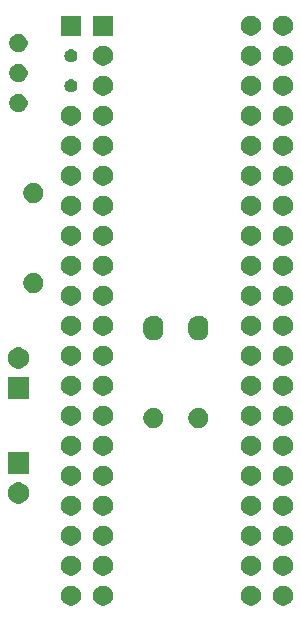
<source format=gbr>
G04 #@! TF.GenerationSoftware,KiCad,Pcbnew,(5.1.5)-3*
G04 #@! TF.CreationDate,2020-08-12T10:23:50-04:00*
G04 #@! TF.ProjectId,vic20-svideoLHM,76696332-302d-4737-9669-64656f4c484d,rev?*
G04 #@! TF.SameCoordinates,Original*
G04 #@! TF.FileFunction,Soldermask,Bot*
G04 #@! TF.FilePolarity,Negative*
%FSLAX46Y46*%
G04 Gerber Fmt 4.6, Leading zero omitted, Abs format (unit mm)*
G04 Created by KiCad (PCBNEW (5.1.5)-3) date 2020-08-12 10:23:50*
%MOMM*%
%LPD*%
G04 APERTURE LIST*
%ADD10C,0.100000*%
G04 APERTURE END LIST*
D10*
G36*
X77269229Y-70098704D02*
G01*
X77424101Y-70162854D01*
X77563482Y-70255986D01*
X77682016Y-70374520D01*
X77775148Y-70513901D01*
X77839298Y-70668773D01*
X77872001Y-70833185D01*
X77872001Y-71000817D01*
X77839298Y-71165229D01*
X77775148Y-71320101D01*
X77682016Y-71459482D01*
X77563482Y-71578016D01*
X77424101Y-71671148D01*
X77269229Y-71735298D01*
X77104817Y-71768001D01*
X76937185Y-71768001D01*
X76772773Y-71735298D01*
X76617901Y-71671148D01*
X76478520Y-71578016D01*
X76359986Y-71459482D01*
X76266854Y-71320101D01*
X76202704Y-71165229D01*
X76170001Y-71000817D01*
X76170001Y-70833185D01*
X76202704Y-70668773D01*
X76266854Y-70513901D01*
X76359986Y-70374520D01*
X76478520Y-70255986D01*
X76617901Y-70162854D01*
X76772773Y-70098704D01*
X76937185Y-70066001D01*
X77104817Y-70066001D01*
X77269229Y-70098704D01*
G37*
G36*
X74543228Y-70098704D02*
G01*
X74698100Y-70162854D01*
X74837481Y-70255986D01*
X74956015Y-70374520D01*
X75049147Y-70513901D01*
X75113297Y-70668773D01*
X75146000Y-70833185D01*
X75146000Y-71000817D01*
X75113297Y-71165229D01*
X75049147Y-71320101D01*
X74956015Y-71459482D01*
X74837481Y-71578016D01*
X74698100Y-71671148D01*
X74543228Y-71735298D01*
X74378816Y-71768001D01*
X74211184Y-71768001D01*
X74046772Y-71735298D01*
X73891900Y-71671148D01*
X73752519Y-71578016D01*
X73633985Y-71459482D01*
X73540853Y-71320101D01*
X73476703Y-71165229D01*
X73444000Y-71000817D01*
X73444000Y-70833185D01*
X73476703Y-70668773D01*
X73540853Y-70513901D01*
X73633985Y-70374520D01*
X73752519Y-70255986D01*
X73891900Y-70162854D01*
X74046772Y-70098704D01*
X74211184Y-70066001D01*
X74378816Y-70066001D01*
X74543228Y-70098704D01*
G37*
G36*
X62029229Y-70098704D02*
G01*
X62184101Y-70162854D01*
X62323482Y-70255986D01*
X62442016Y-70374520D01*
X62535148Y-70513901D01*
X62599298Y-70668773D01*
X62632001Y-70833185D01*
X62632001Y-71000817D01*
X62599298Y-71165229D01*
X62535148Y-71320101D01*
X62442016Y-71459482D01*
X62323482Y-71578016D01*
X62184101Y-71671148D01*
X62029229Y-71735298D01*
X61864817Y-71768001D01*
X61697185Y-71768001D01*
X61532773Y-71735298D01*
X61377901Y-71671148D01*
X61238520Y-71578016D01*
X61119986Y-71459482D01*
X61026854Y-71320101D01*
X60962704Y-71165229D01*
X60930001Y-71000817D01*
X60930001Y-70833185D01*
X60962704Y-70668773D01*
X61026854Y-70513901D01*
X61119986Y-70374520D01*
X61238520Y-70255986D01*
X61377901Y-70162854D01*
X61532773Y-70098704D01*
X61697185Y-70066001D01*
X61864817Y-70066001D01*
X62029229Y-70098704D01*
G37*
G36*
X59303228Y-70098704D02*
G01*
X59458100Y-70162854D01*
X59597481Y-70255986D01*
X59716015Y-70374520D01*
X59809147Y-70513901D01*
X59873297Y-70668773D01*
X59906000Y-70833185D01*
X59906000Y-71000817D01*
X59873297Y-71165229D01*
X59809147Y-71320101D01*
X59716015Y-71459482D01*
X59597481Y-71578016D01*
X59458100Y-71671148D01*
X59303228Y-71735298D01*
X59138816Y-71768001D01*
X58971184Y-71768001D01*
X58806772Y-71735298D01*
X58651900Y-71671148D01*
X58512519Y-71578016D01*
X58393985Y-71459482D01*
X58300853Y-71320101D01*
X58236703Y-71165229D01*
X58204000Y-71000817D01*
X58204000Y-70833185D01*
X58236703Y-70668773D01*
X58300853Y-70513901D01*
X58393985Y-70374520D01*
X58512519Y-70255986D01*
X58651900Y-70162854D01*
X58806772Y-70098704D01*
X58971184Y-70066001D01*
X59138816Y-70066001D01*
X59303228Y-70098704D01*
G37*
G36*
X59303228Y-67558704D02*
G01*
X59458100Y-67622854D01*
X59597481Y-67715986D01*
X59716015Y-67834520D01*
X59809147Y-67973901D01*
X59873297Y-68128773D01*
X59906000Y-68293185D01*
X59906000Y-68460817D01*
X59873297Y-68625229D01*
X59809147Y-68780101D01*
X59716015Y-68919482D01*
X59597481Y-69038016D01*
X59458100Y-69131148D01*
X59303228Y-69195298D01*
X59138816Y-69228001D01*
X58971184Y-69228001D01*
X58806772Y-69195298D01*
X58651900Y-69131148D01*
X58512519Y-69038016D01*
X58393985Y-68919482D01*
X58300853Y-68780101D01*
X58236703Y-68625229D01*
X58204000Y-68460817D01*
X58204000Y-68293185D01*
X58236703Y-68128773D01*
X58300853Y-67973901D01*
X58393985Y-67834520D01*
X58512519Y-67715986D01*
X58651900Y-67622854D01*
X58806772Y-67558704D01*
X58971184Y-67526001D01*
X59138816Y-67526001D01*
X59303228Y-67558704D01*
G37*
G36*
X62029229Y-67558704D02*
G01*
X62184101Y-67622854D01*
X62323482Y-67715986D01*
X62442016Y-67834520D01*
X62535148Y-67973901D01*
X62599298Y-68128773D01*
X62632001Y-68293185D01*
X62632001Y-68460817D01*
X62599298Y-68625229D01*
X62535148Y-68780101D01*
X62442016Y-68919482D01*
X62323482Y-69038016D01*
X62184101Y-69131148D01*
X62029229Y-69195298D01*
X61864817Y-69228001D01*
X61697185Y-69228001D01*
X61532773Y-69195298D01*
X61377901Y-69131148D01*
X61238520Y-69038016D01*
X61119986Y-68919482D01*
X61026854Y-68780101D01*
X60962704Y-68625229D01*
X60930001Y-68460817D01*
X60930001Y-68293185D01*
X60962704Y-68128773D01*
X61026854Y-67973901D01*
X61119986Y-67834520D01*
X61238520Y-67715986D01*
X61377901Y-67622854D01*
X61532773Y-67558704D01*
X61697185Y-67526001D01*
X61864817Y-67526001D01*
X62029229Y-67558704D01*
G37*
G36*
X77269229Y-67558704D02*
G01*
X77424101Y-67622854D01*
X77563482Y-67715986D01*
X77682016Y-67834520D01*
X77775148Y-67973901D01*
X77839298Y-68128773D01*
X77872001Y-68293185D01*
X77872001Y-68460817D01*
X77839298Y-68625229D01*
X77775148Y-68780101D01*
X77682016Y-68919482D01*
X77563482Y-69038016D01*
X77424101Y-69131148D01*
X77269229Y-69195298D01*
X77104817Y-69228001D01*
X76937185Y-69228001D01*
X76772773Y-69195298D01*
X76617901Y-69131148D01*
X76478520Y-69038016D01*
X76359986Y-68919482D01*
X76266854Y-68780101D01*
X76202704Y-68625229D01*
X76170001Y-68460817D01*
X76170001Y-68293185D01*
X76202704Y-68128773D01*
X76266854Y-67973901D01*
X76359986Y-67834520D01*
X76478520Y-67715986D01*
X76617901Y-67622854D01*
X76772773Y-67558704D01*
X76937185Y-67526001D01*
X77104817Y-67526001D01*
X77269229Y-67558704D01*
G37*
G36*
X74543228Y-67558704D02*
G01*
X74698100Y-67622854D01*
X74837481Y-67715986D01*
X74956015Y-67834520D01*
X75049147Y-67973901D01*
X75113297Y-68128773D01*
X75146000Y-68293185D01*
X75146000Y-68460817D01*
X75113297Y-68625229D01*
X75049147Y-68780101D01*
X74956015Y-68919482D01*
X74837481Y-69038016D01*
X74698100Y-69131148D01*
X74543228Y-69195298D01*
X74378816Y-69228001D01*
X74211184Y-69228001D01*
X74046772Y-69195298D01*
X73891900Y-69131148D01*
X73752519Y-69038016D01*
X73633985Y-68919482D01*
X73540853Y-68780101D01*
X73476703Y-68625229D01*
X73444000Y-68460817D01*
X73444000Y-68293185D01*
X73476703Y-68128773D01*
X73540853Y-67973901D01*
X73633985Y-67834520D01*
X73752519Y-67715986D01*
X73891900Y-67622854D01*
X74046772Y-67558704D01*
X74211184Y-67526001D01*
X74378816Y-67526001D01*
X74543228Y-67558704D01*
G37*
G36*
X59303228Y-65018704D02*
G01*
X59458100Y-65082854D01*
X59597481Y-65175986D01*
X59716015Y-65294520D01*
X59809147Y-65433901D01*
X59873297Y-65588773D01*
X59906000Y-65753185D01*
X59906000Y-65920817D01*
X59873297Y-66085229D01*
X59809147Y-66240101D01*
X59716015Y-66379482D01*
X59597481Y-66498016D01*
X59458100Y-66591148D01*
X59303228Y-66655298D01*
X59138816Y-66688001D01*
X58971184Y-66688001D01*
X58806772Y-66655298D01*
X58651900Y-66591148D01*
X58512519Y-66498016D01*
X58393985Y-66379482D01*
X58300853Y-66240101D01*
X58236703Y-66085229D01*
X58204000Y-65920817D01*
X58204000Y-65753185D01*
X58236703Y-65588773D01*
X58300853Y-65433901D01*
X58393985Y-65294520D01*
X58512519Y-65175986D01*
X58651900Y-65082854D01*
X58806772Y-65018704D01*
X58971184Y-64986001D01*
X59138816Y-64986001D01*
X59303228Y-65018704D01*
G37*
G36*
X77269229Y-65018704D02*
G01*
X77424101Y-65082854D01*
X77563482Y-65175986D01*
X77682016Y-65294520D01*
X77775148Y-65433901D01*
X77839298Y-65588773D01*
X77872001Y-65753185D01*
X77872001Y-65920817D01*
X77839298Y-66085229D01*
X77775148Y-66240101D01*
X77682016Y-66379482D01*
X77563482Y-66498016D01*
X77424101Y-66591148D01*
X77269229Y-66655298D01*
X77104817Y-66688001D01*
X76937185Y-66688001D01*
X76772773Y-66655298D01*
X76617901Y-66591148D01*
X76478520Y-66498016D01*
X76359986Y-66379482D01*
X76266854Y-66240101D01*
X76202704Y-66085229D01*
X76170001Y-65920817D01*
X76170001Y-65753185D01*
X76202704Y-65588773D01*
X76266854Y-65433901D01*
X76359986Y-65294520D01*
X76478520Y-65175986D01*
X76617901Y-65082854D01*
X76772773Y-65018704D01*
X76937185Y-64986001D01*
X77104817Y-64986001D01*
X77269229Y-65018704D01*
G37*
G36*
X62029229Y-65018704D02*
G01*
X62184101Y-65082854D01*
X62323482Y-65175986D01*
X62442016Y-65294520D01*
X62535148Y-65433901D01*
X62599298Y-65588773D01*
X62632001Y-65753185D01*
X62632001Y-65920817D01*
X62599298Y-66085229D01*
X62535148Y-66240101D01*
X62442016Y-66379482D01*
X62323482Y-66498016D01*
X62184101Y-66591148D01*
X62029229Y-66655298D01*
X61864817Y-66688001D01*
X61697185Y-66688001D01*
X61532773Y-66655298D01*
X61377901Y-66591148D01*
X61238520Y-66498016D01*
X61119986Y-66379482D01*
X61026854Y-66240101D01*
X60962704Y-66085229D01*
X60930001Y-65920817D01*
X60930001Y-65753185D01*
X60962704Y-65588773D01*
X61026854Y-65433901D01*
X61119986Y-65294520D01*
X61238520Y-65175986D01*
X61377901Y-65082854D01*
X61532773Y-65018704D01*
X61697185Y-64986001D01*
X61864817Y-64986001D01*
X62029229Y-65018704D01*
G37*
G36*
X74543228Y-65018704D02*
G01*
X74698100Y-65082854D01*
X74837481Y-65175986D01*
X74956015Y-65294520D01*
X75049147Y-65433901D01*
X75113297Y-65588773D01*
X75146000Y-65753185D01*
X75146000Y-65920817D01*
X75113297Y-66085229D01*
X75049147Y-66240101D01*
X74956015Y-66379482D01*
X74837481Y-66498016D01*
X74698100Y-66591148D01*
X74543228Y-66655298D01*
X74378816Y-66688001D01*
X74211184Y-66688001D01*
X74046772Y-66655298D01*
X73891900Y-66591148D01*
X73752519Y-66498016D01*
X73633985Y-66379482D01*
X73540853Y-66240101D01*
X73476703Y-66085229D01*
X73444000Y-65920817D01*
X73444000Y-65753185D01*
X73476703Y-65588773D01*
X73540853Y-65433901D01*
X73633985Y-65294520D01*
X73752519Y-65175986D01*
X73891900Y-65082854D01*
X74046772Y-65018704D01*
X74211184Y-64986001D01*
X74378816Y-64986001D01*
X74543228Y-65018704D01*
G37*
G36*
X59303228Y-62478704D02*
G01*
X59458100Y-62542854D01*
X59597481Y-62635986D01*
X59716015Y-62754520D01*
X59809147Y-62893901D01*
X59873297Y-63048773D01*
X59906000Y-63213185D01*
X59906000Y-63380817D01*
X59873297Y-63545229D01*
X59809147Y-63700101D01*
X59716015Y-63839482D01*
X59597481Y-63958016D01*
X59458100Y-64051148D01*
X59303228Y-64115298D01*
X59138816Y-64148001D01*
X58971184Y-64148001D01*
X58806772Y-64115298D01*
X58651900Y-64051148D01*
X58512519Y-63958016D01*
X58393985Y-63839482D01*
X58300853Y-63700101D01*
X58236703Y-63545229D01*
X58204000Y-63380817D01*
X58204000Y-63213185D01*
X58236703Y-63048773D01*
X58300853Y-62893901D01*
X58393985Y-62754520D01*
X58512519Y-62635986D01*
X58651900Y-62542854D01*
X58806772Y-62478704D01*
X58971184Y-62446001D01*
X59138816Y-62446001D01*
X59303228Y-62478704D01*
G37*
G36*
X77269229Y-62478704D02*
G01*
X77424101Y-62542854D01*
X77563482Y-62635986D01*
X77682016Y-62754520D01*
X77775148Y-62893901D01*
X77839298Y-63048773D01*
X77872001Y-63213185D01*
X77872001Y-63380817D01*
X77839298Y-63545229D01*
X77775148Y-63700101D01*
X77682016Y-63839482D01*
X77563482Y-63958016D01*
X77424101Y-64051148D01*
X77269229Y-64115298D01*
X77104817Y-64148001D01*
X76937185Y-64148001D01*
X76772773Y-64115298D01*
X76617901Y-64051148D01*
X76478520Y-63958016D01*
X76359986Y-63839482D01*
X76266854Y-63700101D01*
X76202704Y-63545229D01*
X76170001Y-63380817D01*
X76170001Y-63213185D01*
X76202704Y-63048773D01*
X76266854Y-62893901D01*
X76359986Y-62754520D01*
X76478520Y-62635986D01*
X76617901Y-62542854D01*
X76772773Y-62478704D01*
X76937185Y-62446001D01*
X77104817Y-62446001D01*
X77269229Y-62478704D01*
G37*
G36*
X74543228Y-62478704D02*
G01*
X74698100Y-62542854D01*
X74837481Y-62635986D01*
X74956015Y-62754520D01*
X75049147Y-62893901D01*
X75113297Y-63048773D01*
X75146000Y-63213185D01*
X75146000Y-63380817D01*
X75113297Y-63545229D01*
X75049147Y-63700101D01*
X74956015Y-63839482D01*
X74837481Y-63958016D01*
X74698100Y-64051148D01*
X74543228Y-64115298D01*
X74378816Y-64148001D01*
X74211184Y-64148001D01*
X74046772Y-64115298D01*
X73891900Y-64051148D01*
X73752519Y-63958016D01*
X73633985Y-63839482D01*
X73540853Y-63700101D01*
X73476703Y-63545229D01*
X73444000Y-63380817D01*
X73444000Y-63213185D01*
X73476703Y-63048773D01*
X73540853Y-62893901D01*
X73633985Y-62754520D01*
X73752519Y-62635986D01*
X73891900Y-62542854D01*
X74046772Y-62478704D01*
X74211184Y-62446001D01*
X74378816Y-62446001D01*
X74543228Y-62478704D01*
G37*
G36*
X62029229Y-62478704D02*
G01*
X62184101Y-62542854D01*
X62323482Y-62635986D01*
X62442016Y-62754520D01*
X62535148Y-62893901D01*
X62599298Y-63048773D01*
X62632001Y-63213185D01*
X62632001Y-63380817D01*
X62599298Y-63545229D01*
X62535148Y-63700101D01*
X62442016Y-63839482D01*
X62323482Y-63958016D01*
X62184101Y-64051148D01*
X62029229Y-64115298D01*
X61864817Y-64148001D01*
X61697185Y-64148001D01*
X61532773Y-64115298D01*
X61377901Y-64051148D01*
X61238520Y-63958016D01*
X61119986Y-63839482D01*
X61026854Y-63700101D01*
X60962704Y-63545229D01*
X60930001Y-63380817D01*
X60930001Y-63213185D01*
X60962704Y-63048773D01*
X61026854Y-62893901D01*
X61119986Y-62754520D01*
X61238520Y-62635986D01*
X61377901Y-62542854D01*
X61532773Y-62478704D01*
X61697185Y-62446001D01*
X61864817Y-62446001D01*
X62029229Y-62478704D01*
G37*
G36*
X54723512Y-61333927D02*
G01*
X54872812Y-61363624D01*
X55036784Y-61431544D01*
X55184354Y-61530147D01*
X55309853Y-61655646D01*
X55408456Y-61803216D01*
X55476376Y-61967188D01*
X55511000Y-62141259D01*
X55511000Y-62318741D01*
X55476376Y-62492812D01*
X55408456Y-62656784D01*
X55309853Y-62804354D01*
X55184354Y-62929853D01*
X55036784Y-63028456D01*
X54872812Y-63096376D01*
X54723512Y-63126073D01*
X54698742Y-63131000D01*
X54521258Y-63131000D01*
X54496488Y-63126073D01*
X54347188Y-63096376D01*
X54183216Y-63028456D01*
X54035646Y-62929853D01*
X53910147Y-62804354D01*
X53811544Y-62656784D01*
X53743624Y-62492812D01*
X53709000Y-62318741D01*
X53709000Y-62141259D01*
X53743624Y-61967188D01*
X53811544Y-61803216D01*
X53910147Y-61655646D01*
X54035646Y-61530147D01*
X54183216Y-61431544D01*
X54347188Y-61363624D01*
X54496488Y-61333927D01*
X54521258Y-61329000D01*
X54698742Y-61329000D01*
X54723512Y-61333927D01*
G37*
G36*
X77269229Y-59938704D02*
G01*
X77424101Y-60002854D01*
X77563482Y-60095986D01*
X77682016Y-60214520D01*
X77775148Y-60353901D01*
X77839298Y-60508773D01*
X77872001Y-60673185D01*
X77872001Y-60840817D01*
X77839298Y-61005229D01*
X77775148Y-61160101D01*
X77682016Y-61299482D01*
X77563482Y-61418016D01*
X77424101Y-61511148D01*
X77269229Y-61575298D01*
X77104817Y-61608001D01*
X76937185Y-61608001D01*
X76772773Y-61575298D01*
X76617901Y-61511148D01*
X76478520Y-61418016D01*
X76359986Y-61299482D01*
X76266854Y-61160101D01*
X76202704Y-61005229D01*
X76170001Y-60840817D01*
X76170001Y-60673185D01*
X76202704Y-60508773D01*
X76266854Y-60353901D01*
X76359986Y-60214520D01*
X76478520Y-60095986D01*
X76617901Y-60002854D01*
X76772773Y-59938704D01*
X76937185Y-59906001D01*
X77104817Y-59906001D01*
X77269229Y-59938704D01*
G37*
G36*
X62029229Y-59938704D02*
G01*
X62184101Y-60002854D01*
X62323482Y-60095986D01*
X62442016Y-60214520D01*
X62535148Y-60353901D01*
X62599298Y-60508773D01*
X62632001Y-60673185D01*
X62632001Y-60840817D01*
X62599298Y-61005229D01*
X62535148Y-61160101D01*
X62442016Y-61299482D01*
X62323482Y-61418016D01*
X62184101Y-61511148D01*
X62029229Y-61575298D01*
X61864817Y-61608001D01*
X61697185Y-61608001D01*
X61532773Y-61575298D01*
X61377901Y-61511148D01*
X61238520Y-61418016D01*
X61119986Y-61299482D01*
X61026854Y-61160101D01*
X60962704Y-61005229D01*
X60930001Y-60840817D01*
X60930001Y-60673185D01*
X60962704Y-60508773D01*
X61026854Y-60353901D01*
X61119986Y-60214520D01*
X61238520Y-60095986D01*
X61377901Y-60002854D01*
X61532773Y-59938704D01*
X61697185Y-59906001D01*
X61864817Y-59906001D01*
X62029229Y-59938704D01*
G37*
G36*
X59303228Y-59938704D02*
G01*
X59458100Y-60002854D01*
X59597481Y-60095986D01*
X59716015Y-60214520D01*
X59809147Y-60353901D01*
X59873297Y-60508773D01*
X59906000Y-60673185D01*
X59906000Y-60840817D01*
X59873297Y-61005229D01*
X59809147Y-61160101D01*
X59716015Y-61299482D01*
X59597481Y-61418016D01*
X59458100Y-61511148D01*
X59303228Y-61575298D01*
X59138816Y-61608001D01*
X58971184Y-61608001D01*
X58806772Y-61575298D01*
X58651900Y-61511148D01*
X58512519Y-61418016D01*
X58393985Y-61299482D01*
X58300853Y-61160101D01*
X58236703Y-61005229D01*
X58204000Y-60840817D01*
X58204000Y-60673185D01*
X58236703Y-60508773D01*
X58300853Y-60353901D01*
X58393985Y-60214520D01*
X58512519Y-60095986D01*
X58651900Y-60002854D01*
X58806772Y-59938704D01*
X58971184Y-59906001D01*
X59138816Y-59906001D01*
X59303228Y-59938704D01*
G37*
G36*
X74543228Y-59938704D02*
G01*
X74698100Y-60002854D01*
X74837481Y-60095986D01*
X74956015Y-60214520D01*
X75049147Y-60353901D01*
X75113297Y-60508773D01*
X75146000Y-60673185D01*
X75146000Y-60840817D01*
X75113297Y-61005229D01*
X75049147Y-61160101D01*
X74956015Y-61299482D01*
X74837481Y-61418016D01*
X74698100Y-61511148D01*
X74543228Y-61575298D01*
X74378816Y-61608001D01*
X74211184Y-61608001D01*
X74046772Y-61575298D01*
X73891900Y-61511148D01*
X73752519Y-61418016D01*
X73633985Y-61299482D01*
X73540853Y-61160101D01*
X73476703Y-61005229D01*
X73444000Y-60840817D01*
X73444000Y-60673185D01*
X73476703Y-60508773D01*
X73540853Y-60353901D01*
X73633985Y-60214520D01*
X73752519Y-60095986D01*
X73891900Y-60002854D01*
X74046772Y-59938704D01*
X74211184Y-59906001D01*
X74378816Y-59906001D01*
X74543228Y-59938704D01*
G37*
G36*
X55511000Y-60591000D02*
G01*
X53709000Y-60591000D01*
X53709000Y-58789000D01*
X55511000Y-58789000D01*
X55511000Y-60591000D01*
G37*
G36*
X62029229Y-57398704D02*
G01*
X62184101Y-57462854D01*
X62323482Y-57555986D01*
X62442016Y-57674520D01*
X62535148Y-57813901D01*
X62599298Y-57968773D01*
X62632001Y-58133185D01*
X62632001Y-58300817D01*
X62599298Y-58465229D01*
X62535148Y-58620101D01*
X62442016Y-58759482D01*
X62323482Y-58878016D01*
X62184101Y-58971148D01*
X62029229Y-59035298D01*
X61864817Y-59068001D01*
X61697185Y-59068001D01*
X61532773Y-59035298D01*
X61377901Y-58971148D01*
X61238520Y-58878016D01*
X61119986Y-58759482D01*
X61026854Y-58620101D01*
X60962704Y-58465229D01*
X60930001Y-58300817D01*
X60930001Y-58133185D01*
X60962704Y-57968773D01*
X61026854Y-57813901D01*
X61119986Y-57674520D01*
X61238520Y-57555986D01*
X61377901Y-57462854D01*
X61532773Y-57398704D01*
X61697185Y-57366001D01*
X61864817Y-57366001D01*
X62029229Y-57398704D01*
G37*
G36*
X74543228Y-57398704D02*
G01*
X74698100Y-57462854D01*
X74837481Y-57555986D01*
X74956015Y-57674520D01*
X75049147Y-57813901D01*
X75113297Y-57968773D01*
X75146000Y-58133185D01*
X75146000Y-58300817D01*
X75113297Y-58465229D01*
X75049147Y-58620101D01*
X74956015Y-58759482D01*
X74837481Y-58878016D01*
X74698100Y-58971148D01*
X74543228Y-59035298D01*
X74378816Y-59068001D01*
X74211184Y-59068001D01*
X74046772Y-59035298D01*
X73891900Y-58971148D01*
X73752519Y-58878016D01*
X73633985Y-58759482D01*
X73540853Y-58620101D01*
X73476703Y-58465229D01*
X73444000Y-58300817D01*
X73444000Y-58133185D01*
X73476703Y-57968773D01*
X73540853Y-57813901D01*
X73633985Y-57674520D01*
X73752519Y-57555986D01*
X73891900Y-57462854D01*
X74046772Y-57398704D01*
X74211184Y-57366001D01*
X74378816Y-57366001D01*
X74543228Y-57398704D01*
G37*
G36*
X77269229Y-57398704D02*
G01*
X77424101Y-57462854D01*
X77563482Y-57555986D01*
X77682016Y-57674520D01*
X77775148Y-57813901D01*
X77839298Y-57968773D01*
X77872001Y-58133185D01*
X77872001Y-58300817D01*
X77839298Y-58465229D01*
X77775148Y-58620101D01*
X77682016Y-58759482D01*
X77563482Y-58878016D01*
X77424101Y-58971148D01*
X77269229Y-59035298D01*
X77104817Y-59068001D01*
X76937185Y-59068001D01*
X76772773Y-59035298D01*
X76617901Y-58971148D01*
X76478520Y-58878016D01*
X76359986Y-58759482D01*
X76266854Y-58620101D01*
X76202704Y-58465229D01*
X76170001Y-58300817D01*
X76170001Y-58133185D01*
X76202704Y-57968773D01*
X76266854Y-57813901D01*
X76359986Y-57674520D01*
X76478520Y-57555986D01*
X76617901Y-57462854D01*
X76772773Y-57398704D01*
X76937185Y-57366001D01*
X77104817Y-57366001D01*
X77269229Y-57398704D01*
G37*
G36*
X59303228Y-57398704D02*
G01*
X59458100Y-57462854D01*
X59597481Y-57555986D01*
X59716015Y-57674520D01*
X59809147Y-57813901D01*
X59873297Y-57968773D01*
X59906000Y-58133185D01*
X59906000Y-58300817D01*
X59873297Y-58465229D01*
X59809147Y-58620101D01*
X59716015Y-58759482D01*
X59597481Y-58878016D01*
X59458100Y-58971148D01*
X59303228Y-59035298D01*
X59138816Y-59068001D01*
X58971184Y-59068001D01*
X58806772Y-59035298D01*
X58651900Y-58971148D01*
X58512519Y-58878016D01*
X58393985Y-58759482D01*
X58300853Y-58620101D01*
X58236703Y-58465229D01*
X58204000Y-58300817D01*
X58204000Y-58133185D01*
X58236703Y-57968773D01*
X58300853Y-57813901D01*
X58393985Y-57674520D01*
X58512519Y-57555986D01*
X58651900Y-57462854D01*
X58806772Y-57398704D01*
X58971184Y-57366001D01*
X59138816Y-57366001D01*
X59303228Y-57398704D01*
G37*
G36*
X66288228Y-55061703D02*
G01*
X66443100Y-55125853D01*
X66582481Y-55218985D01*
X66701015Y-55337519D01*
X66794147Y-55476900D01*
X66858297Y-55631772D01*
X66891000Y-55796184D01*
X66891000Y-55963816D01*
X66858297Y-56128228D01*
X66794147Y-56283100D01*
X66701015Y-56422481D01*
X66582481Y-56541015D01*
X66443100Y-56634147D01*
X66288228Y-56698297D01*
X66123816Y-56731000D01*
X65956184Y-56731000D01*
X65791772Y-56698297D01*
X65636900Y-56634147D01*
X65497519Y-56541015D01*
X65378985Y-56422481D01*
X65285853Y-56283100D01*
X65221703Y-56128228D01*
X65189000Y-55963816D01*
X65189000Y-55796184D01*
X65221703Y-55631772D01*
X65285853Y-55476900D01*
X65378985Y-55337519D01*
X65497519Y-55218985D01*
X65636900Y-55125853D01*
X65791772Y-55061703D01*
X65956184Y-55029000D01*
X66123816Y-55029000D01*
X66288228Y-55061703D01*
G37*
G36*
X70098228Y-55061703D02*
G01*
X70253100Y-55125853D01*
X70392481Y-55218985D01*
X70511015Y-55337519D01*
X70604147Y-55476900D01*
X70668297Y-55631772D01*
X70701000Y-55796184D01*
X70701000Y-55963816D01*
X70668297Y-56128228D01*
X70604147Y-56283100D01*
X70511015Y-56422481D01*
X70392481Y-56541015D01*
X70253100Y-56634147D01*
X70098228Y-56698297D01*
X69933816Y-56731000D01*
X69766184Y-56731000D01*
X69601772Y-56698297D01*
X69446900Y-56634147D01*
X69307519Y-56541015D01*
X69188985Y-56422481D01*
X69095853Y-56283100D01*
X69031703Y-56128228D01*
X68999000Y-55963816D01*
X68999000Y-55796184D01*
X69031703Y-55631772D01*
X69095853Y-55476900D01*
X69188985Y-55337519D01*
X69307519Y-55218985D01*
X69446900Y-55125853D01*
X69601772Y-55061703D01*
X69766184Y-55029000D01*
X69933816Y-55029000D01*
X70098228Y-55061703D01*
G37*
G36*
X59303228Y-54858704D02*
G01*
X59458100Y-54922854D01*
X59597481Y-55015986D01*
X59716015Y-55134520D01*
X59809147Y-55273901D01*
X59873297Y-55428773D01*
X59906000Y-55593185D01*
X59906000Y-55760817D01*
X59873297Y-55925229D01*
X59809147Y-56080101D01*
X59716015Y-56219482D01*
X59597481Y-56338016D01*
X59458100Y-56431148D01*
X59303228Y-56495298D01*
X59138816Y-56528001D01*
X58971184Y-56528001D01*
X58806772Y-56495298D01*
X58651900Y-56431148D01*
X58512519Y-56338016D01*
X58393985Y-56219482D01*
X58300853Y-56080101D01*
X58236703Y-55925229D01*
X58204000Y-55760817D01*
X58204000Y-55593185D01*
X58236703Y-55428773D01*
X58300853Y-55273901D01*
X58393985Y-55134520D01*
X58512519Y-55015986D01*
X58651900Y-54922854D01*
X58806772Y-54858704D01*
X58971184Y-54826001D01*
X59138816Y-54826001D01*
X59303228Y-54858704D01*
G37*
G36*
X77269229Y-54858704D02*
G01*
X77424101Y-54922854D01*
X77563482Y-55015986D01*
X77682016Y-55134520D01*
X77775148Y-55273901D01*
X77839298Y-55428773D01*
X77872001Y-55593185D01*
X77872001Y-55760817D01*
X77839298Y-55925229D01*
X77775148Y-56080101D01*
X77682016Y-56219482D01*
X77563482Y-56338016D01*
X77424101Y-56431148D01*
X77269229Y-56495298D01*
X77104817Y-56528001D01*
X76937185Y-56528001D01*
X76772773Y-56495298D01*
X76617901Y-56431148D01*
X76478520Y-56338016D01*
X76359986Y-56219482D01*
X76266854Y-56080101D01*
X76202704Y-55925229D01*
X76170001Y-55760817D01*
X76170001Y-55593185D01*
X76202704Y-55428773D01*
X76266854Y-55273901D01*
X76359986Y-55134520D01*
X76478520Y-55015986D01*
X76617901Y-54922854D01*
X76772773Y-54858704D01*
X76937185Y-54826001D01*
X77104817Y-54826001D01*
X77269229Y-54858704D01*
G37*
G36*
X74543228Y-54858704D02*
G01*
X74698100Y-54922854D01*
X74837481Y-55015986D01*
X74956015Y-55134520D01*
X75049147Y-55273901D01*
X75113297Y-55428773D01*
X75146000Y-55593185D01*
X75146000Y-55760817D01*
X75113297Y-55925229D01*
X75049147Y-56080101D01*
X74956015Y-56219482D01*
X74837481Y-56338016D01*
X74698100Y-56431148D01*
X74543228Y-56495298D01*
X74378816Y-56528001D01*
X74211184Y-56528001D01*
X74046772Y-56495298D01*
X73891900Y-56431148D01*
X73752519Y-56338016D01*
X73633985Y-56219482D01*
X73540853Y-56080101D01*
X73476703Y-55925229D01*
X73444000Y-55760817D01*
X73444000Y-55593185D01*
X73476703Y-55428773D01*
X73540853Y-55273901D01*
X73633985Y-55134520D01*
X73752519Y-55015986D01*
X73891900Y-54922854D01*
X74046772Y-54858704D01*
X74211184Y-54826001D01*
X74378816Y-54826001D01*
X74543228Y-54858704D01*
G37*
G36*
X62029229Y-54858704D02*
G01*
X62184101Y-54922854D01*
X62323482Y-55015986D01*
X62442016Y-55134520D01*
X62535148Y-55273901D01*
X62599298Y-55428773D01*
X62632001Y-55593185D01*
X62632001Y-55760817D01*
X62599298Y-55925229D01*
X62535148Y-56080101D01*
X62442016Y-56219482D01*
X62323482Y-56338016D01*
X62184101Y-56431148D01*
X62029229Y-56495298D01*
X61864817Y-56528001D01*
X61697185Y-56528001D01*
X61532773Y-56495298D01*
X61377901Y-56431148D01*
X61238520Y-56338016D01*
X61119986Y-56219482D01*
X61026854Y-56080101D01*
X60962704Y-55925229D01*
X60930001Y-55760817D01*
X60930001Y-55593185D01*
X60962704Y-55428773D01*
X61026854Y-55273901D01*
X61119986Y-55134520D01*
X61238520Y-55015986D01*
X61377901Y-54922854D01*
X61532773Y-54858704D01*
X61697185Y-54826001D01*
X61864817Y-54826001D01*
X62029229Y-54858704D01*
G37*
G36*
X55511000Y-54241000D02*
G01*
X53709000Y-54241000D01*
X53709000Y-52439000D01*
X55511000Y-52439000D01*
X55511000Y-54241000D01*
G37*
G36*
X59303228Y-52318704D02*
G01*
X59458100Y-52382854D01*
X59597481Y-52475986D01*
X59716015Y-52594520D01*
X59809147Y-52733901D01*
X59873297Y-52888773D01*
X59906000Y-53053185D01*
X59906000Y-53220817D01*
X59873297Y-53385229D01*
X59809147Y-53540101D01*
X59716015Y-53679482D01*
X59597481Y-53798016D01*
X59458100Y-53891148D01*
X59303228Y-53955298D01*
X59138816Y-53988001D01*
X58971184Y-53988001D01*
X58806772Y-53955298D01*
X58651900Y-53891148D01*
X58512519Y-53798016D01*
X58393985Y-53679482D01*
X58300853Y-53540101D01*
X58236703Y-53385229D01*
X58204000Y-53220817D01*
X58204000Y-53053185D01*
X58236703Y-52888773D01*
X58300853Y-52733901D01*
X58393985Y-52594520D01*
X58512519Y-52475986D01*
X58651900Y-52382854D01*
X58806772Y-52318704D01*
X58971184Y-52286001D01*
X59138816Y-52286001D01*
X59303228Y-52318704D01*
G37*
G36*
X62029229Y-52318704D02*
G01*
X62184101Y-52382854D01*
X62323482Y-52475986D01*
X62442016Y-52594520D01*
X62535148Y-52733901D01*
X62599298Y-52888773D01*
X62632001Y-53053185D01*
X62632001Y-53220817D01*
X62599298Y-53385229D01*
X62535148Y-53540101D01*
X62442016Y-53679482D01*
X62323482Y-53798016D01*
X62184101Y-53891148D01*
X62029229Y-53955298D01*
X61864817Y-53988001D01*
X61697185Y-53988001D01*
X61532773Y-53955298D01*
X61377901Y-53891148D01*
X61238520Y-53798016D01*
X61119986Y-53679482D01*
X61026854Y-53540101D01*
X60962704Y-53385229D01*
X60930001Y-53220817D01*
X60930001Y-53053185D01*
X60962704Y-52888773D01*
X61026854Y-52733901D01*
X61119986Y-52594520D01*
X61238520Y-52475986D01*
X61377901Y-52382854D01*
X61532773Y-52318704D01*
X61697185Y-52286001D01*
X61864817Y-52286001D01*
X62029229Y-52318704D01*
G37*
G36*
X77269229Y-52318704D02*
G01*
X77424101Y-52382854D01*
X77563482Y-52475986D01*
X77682016Y-52594520D01*
X77775148Y-52733901D01*
X77839298Y-52888773D01*
X77872001Y-53053185D01*
X77872001Y-53220817D01*
X77839298Y-53385229D01*
X77775148Y-53540101D01*
X77682016Y-53679482D01*
X77563482Y-53798016D01*
X77424101Y-53891148D01*
X77269229Y-53955298D01*
X77104817Y-53988001D01*
X76937185Y-53988001D01*
X76772773Y-53955298D01*
X76617901Y-53891148D01*
X76478520Y-53798016D01*
X76359986Y-53679482D01*
X76266854Y-53540101D01*
X76202704Y-53385229D01*
X76170001Y-53220817D01*
X76170001Y-53053185D01*
X76202704Y-52888773D01*
X76266854Y-52733901D01*
X76359986Y-52594520D01*
X76478520Y-52475986D01*
X76617901Y-52382854D01*
X76772773Y-52318704D01*
X76937185Y-52286001D01*
X77104817Y-52286001D01*
X77269229Y-52318704D01*
G37*
G36*
X74543228Y-52318704D02*
G01*
X74698100Y-52382854D01*
X74837481Y-52475986D01*
X74956015Y-52594520D01*
X75049147Y-52733901D01*
X75113297Y-52888773D01*
X75146000Y-53053185D01*
X75146000Y-53220817D01*
X75113297Y-53385229D01*
X75049147Y-53540101D01*
X74956015Y-53679482D01*
X74837481Y-53798016D01*
X74698100Y-53891148D01*
X74543228Y-53955298D01*
X74378816Y-53988001D01*
X74211184Y-53988001D01*
X74046772Y-53955298D01*
X73891900Y-53891148D01*
X73752519Y-53798016D01*
X73633985Y-53679482D01*
X73540853Y-53540101D01*
X73476703Y-53385229D01*
X73444000Y-53220817D01*
X73444000Y-53053185D01*
X73476703Y-52888773D01*
X73540853Y-52733901D01*
X73633985Y-52594520D01*
X73752519Y-52475986D01*
X73891900Y-52382854D01*
X74046772Y-52318704D01*
X74211184Y-52286001D01*
X74378816Y-52286001D01*
X74543228Y-52318704D01*
G37*
G36*
X54723512Y-49903927D02*
G01*
X54872812Y-49933624D01*
X55036784Y-50001544D01*
X55184354Y-50100147D01*
X55309853Y-50225646D01*
X55408456Y-50373216D01*
X55476376Y-50537188D01*
X55511000Y-50711259D01*
X55511000Y-50888741D01*
X55476376Y-51062812D01*
X55408456Y-51226784D01*
X55309853Y-51374354D01*
X55184354Y-51499853D01*
X55036784Y-51598456D01*
X54872812Y-51666376D01*
X54723512Y-51696073D01*
X54698742Y-51701000D01*
X54521258Y-51701000D01*
X54496488Y-51696073D01*
X54347188Y-51666376D01*
X54183216Y-51598456D01*
X54035646Y-51499853D01*
X53910147Y-51374354D01*
X53811544Y-51226784D01*
X53743624Y-51062812D01*
X53709000Y-50888741D01*
X53709000Y-50711259D01*
X53743624Y-50537188D01*
X53811544Y-50373216D01*
X53910147Y-50225646D01*
X54035646Y-50100147D01*
X54183216Y-50001544D01*
X54347188Y-49933624D01*
X54496488Y-49903927D01*
X54521258Y-49899000D01*
X54698742Y-49899000D01*
X54723512Y-49903927D01*
G37*
G36*
X59303228Y-49778704D02*
G01*
X59458100Y-49842854D01*
X59597481Y-49935986D01*
X59716015Y-50054520D01*
X59809147Y-50193901D01*
X59873297Y-50348773D01*
X59906000Y-50513185D01*
X59906000Y-50680817D01*
X59873297Y-50845229D01*
X59809147Y-51000101D01*
X59716015Y-51139482D01*
X59597481Y-51258016D01*
X59458100Y-51351148D01*
X59303228Y-51415298D01*
X59138816Y-51448001D01*
X58971184Y-51448001D01*
X58806772Y-51415298D01*
X58651900Y-51351148D01*
X58512519Y-51258016D01*
X58393985Y-51139482D01*
X58300853Y-51000101D01*
X58236703Y-50845229D01*
X58204000Y-50680817D01*
X58204000Y-50513185D01*
X58236703Y-50348773D01*
X58300853Y-50193901D01*
X58393985Y-50054520D01*
X58512519Y-49935986D01*
X58651900Y-49842854D01*
X58806772Y-49778704D01*
X58971184Y-49746001D01*
X59138816Y-49746001D01*
X59303228Y-49778704D01*
G37*
G36*
X62029229Y-49778704D02*
G01*
X62184101Y-49842854D01*
X62323482Y-49935986D01*
X62442016Y-50054520D01*
X62535148Y-50193901D01*
X62599298Y-50348773D01*
X62632001Y-50513185D01*
X62632001Y-50680817D01*
X62599298Y-50845229D01*
X62535148Y-51000101D01*
X62442016Y-51139482D01*
X62323482Y-51258016D01*
X62184101Y-51351148D01*
X62029229Y-51415298D01*
X61864817Y-51448001D01*
X61697185Y-51448001D01*
X61532773Y-51415298D01*
X61377901Y-51351148D01*
X61238520Y-51258016D01*
X61119986Y-51139482D01*
X61026854Y-51000101D01*
X60962704Y-50845229D01*
X60930001Y-50680817D01*
X60930001Y-50513185D01*
X60962704Y-50348773D01*
X61026854Y-50193901D01*
X61119986Y-50054520D01*
X61238520Y-49935986D01*
X61377901Y-49842854D01*
X61532773Y-49778704D01*
X61697185Y-49746001D01*
X61864817Y-49746001D01*
X62029229Y-49778704D01*
G37*
G36*
X74543228Y-49778704D02*
G01*
X74698100Y-49842854D01*
X74837481Y-49935986D01*
X74956015Y-50054520D01*
X75049147Y-50193901D01*
X75113297Y-50348773D01*
X75146000Y-50513185D01*
X75146000Y-50680817D01*
X75113297Y-50845229D01*
X75049147Y-51000101D01*
X74956015Y-51139482D01*
X74837481Y-51258016D01*
X74698100Y-51351148D01*
X74543228Y-51415298D01*
X74378816Y-51448001D01*
X74211184Y-51448001D01*
X74046772Y-51415298D01*
X73891900Y-51351148D01*
X73752519Y-51258016D01*
X73633985Y-51139482D01*
X73540853Y-51000101D01*
X73476703Y-50845229D01*
X73444000Y-50680817D01*
X73444000Y-50513185D01*
X73476703Y-50348773D01*
X73540853Y-50193901D01*
X73633985Y-50054520D01*
X73752519Y-49935986D01*
X73891900Y-49842854D01*
X74046772Y-49778704D01*
X74211184Y-49746001D01*
X74378816Y-49746001D01*
X74543228Y-49778704D01*
G37*
G36*
X77269229Y-49778704D02*
G01*
X77424101Y-49842854D01*
X77563482Y-49935986D01*
X77682016Y-50054520D01*
X77775148Y-50193901D01*
X77839298Y-50348773D01*
X77872001Y-50513185D01*
X77872001Y-50680817D01*
X77839298Y-50845229D01*
X77775148Y-51000101D01*
X77682016Y-51139482D01*
X77563482Y-51258016D01*
X77424101Y-51351148D01*
X77269229Y-51415298D01*
X77104817Y-51448001D01*
X76937185Y-51448001D01*
X76772773Y-51415298D01*
X76617901Y-51351148D01*
X76478520Y-51258016D01*
X76359986Y-51139482D01*
X76266854Y-51000101D01*
X76202704Y-50845229D01*
X76170001Y-50680817D01*
X76170001Y-50513185D01*
X76202704Y-50348773D01*
X76266854Y-50193901D01*
X76359986Y-50054520D01*
X76478520Y-49935986D01*
X76617901Y-49842854D01*
X76772773Y-49778704D01*
X76937185Y-49746001D01*
X77104817Y-49746001D01*
X77269229Y-49778704D01*
G37*
G36*
X66206822Y-47221313D02*
G01*
X66367241Y-47269976D01*
X66515077Y-47348995D01*
X66572335Y-47395986D01*
X66644659Y-47455341D01*
X66751004Y-47584922D01*
X66751005Y-47584924D01*
X66830024Y-47732758D01*
X66878687Y-47893177D01*
X66891000Y-48018196D01*
X66891000Y-48501803D01*
X66878687Y-48626822D01*
X66830024Y-48787242D01*
X66817245Y-48811149D01*
X66751004Y-48935078D01*
X66644659Y-49064659D01*
X66515078Y-49171004D01*
X66515076Y-49171005D01*
X66367242Y-49250024D01*
X66206823Y-49298687D01*
X66040000Y-49315117D01*
X65873178Y-49298687D01*
X65712759Y-49250024D01*
X65564925Y-49171005D01*
X65564923Y-49171004D01*
X65435342Y-49064659D01*
X65328996Y-48935078D01*
X65262755Y-48811149D01*
X65249976Y-48787242D01*
X65201313Y-48626823D01*
X65189000Y-48501804D01*
X65189000Y-48018197D01*
X65201313Y-47893178D01*
X65249976Y-47732759D01*
X65328995Y-47584923D01*
X65435341Y-47455341D01*
X65507665Y-47395986D01*
X65564922Y-47348996D01*
X65651250Y-47302853D01*
X65712758Y-47269976D01*
X65873177Y-47221313D01*
X66040000Y-47204883D01*
X66206822Y-47221313D01*
G37*
G36*
X70016822Y-47221313D02*
G01*
X70177241Y-47269976D01*
X70325077Y-47348995D01*
X70382335Y-47395986D01*
X70454659Y-47455341D01*
X70561004Y-47584922D01*
X70561005Y-47584924D01*
X70640024Y-47732758D01*
X70688687Y-47893177D01*
X70701000Y-48018196D01*
X70701000Y-48501803D01*
X70688687Y-48626822D01*
X70640024Y-48787242D01*
X70627245Y-48811149D01*
X70561004Y-48935078D01*
X70454659Y-49064659D01*
X70325078Y-49171004D01*
X70325076Y-49171005D01*
X70177242Y-49250024D01*
X70016823Y-49298687D01*
X69850000Y-49315117D01*
X69683178Y-49298687D01*
X69522759Y-49250024D01*
X69374925Y-49171005D01*
X69374923Y-49171004D01*
X69245342Y-49064659D01*
X69138996Y-48935078D01*
X69072755Y-48811149D01*
X69059976Y-48787242D01*
X69011313Y-48626823D01*
X68999000Y-48501804D01*
X68999000Y-48018197D01*
X69011313Y-47893178D01*
X69059976Y-47732759D01*
X69138995Y-47584923D01*
X69245341Y-47455341D01*
X69317665Y-47395986D01*
X69374922Y-47348996D01*
X69461250Y-47302853D01*
X69522758Y-47269976D01*
X69683177Y-47221313D01*
X69850000Y-47204883D01*
X70016822Y-47221313D01*
G37*
G36*
X77269229Y-47238704D02*
G01*
X77424101Y-47302854D01*
X77563482Y-47395986D01*
X77682016Y-47514520D01*
X77775148Y-47653901D01*
X77839298Y-47808773D01*
X77872001Y-47973185D01*
X77872001Y-48140817D01*
X77839298Y-48305229D01*
X77775148Y-48460101D01*
X77682016Y-48599482D01*
X77563482Y-48718016D01*
X77424101Y-48811148D01*
X77269229Y-48875298D01*
X77104817Y-48908001D01*
X76937185Y-48908001D01*
X76772773Y-48875298D01*
X76617901Y-48811148D01*
X76478520Y-48718016D01*
X76359986Y-48599482D01*
X76266854Y-48460101D01*
X76202704Y-48305229D01*
X76170001Y-48140817D01*
X76170001Y-47973185D01*
X76202704Y-47808773D01*
X76266854Y-47653901D01*
X76359986Y-47514520D01*
X76478520Y-47395986D01*
X76617901Y-47302854D01*
X76772773Y-47238704D01*
X76937185Y-47206001D01*
X77104817Y-47206001D01*
X77269229Y-47238704D01*
G37*
G36*
X62029229Y-47238704D02*
G01*
X62184101Y-47302854D01*
X62323482Y-47395986D01*
X62442016Y-47514520D01*
X62535148Y-47653901D01*
X62599298Y-47808773D01*
X62632001Y-47973185D01*
X62632001Y-48140817D01*
X62599298Y-48305229D01*
X62535148Y-48460101D01*
X62442016Y-48599482D01*
X62323482Y-48718016D01*
X62184101Y-48811148D01*
X62029229Y-48875298D01*
X61864817Y-48908001D01*
X61697185Y-48908001D01*
X61532773Y-48875298D01*
X61377901Y-48811148D01*
X61238520Y-48718016D01*
X61119986Y-48599482D01*
X61026854Y-48460101D01*
X60962704Y-48305229D01*
X60930001Y-48140817D01*
X60930001Y-47973185D01*
X60962704Y-47808773D01*
X61026854Y-47653901D01*
X61119986Y-47514520D01*
X61238520Y-47395986D01*
X61377901Y-47302854D01*
X61532773Y-47238704D01*
X61697185Y-47206001D01*
X61864817Y-47206001D01*
X62029229Y-47238704D01*
G37*
G36*
X59303228Y-47238704D02*
G01*
X59458100Y-47302854D01*
X59597481Y-47395986D01*
X59716015Y-47514520D01*
X59809147Y-47653901D01*
X59873297Y-47808773D01*
X59906000Y-47973185D01*
X59906000Y-48140817D01*
X59873297Y-48305229D01*
X59809147Y-48460101D01*
X59716015Y-48599482D01*
X59597481Y-48718016D01*
X59458100Y-48811148D01*
X59303228Y-48875298D01*
X59138816Y-48908001D01*
X58971184Y-48908001D01*
X58806772Y-48875298D01*
X58651900Y-48811148D01*
X58512519Y-48718016D01*
X58393985Y-48599482D01*
X58300853Y-48460101D01*
X58236703Y-48305229D01*
X58204000Y-48140817D01*
X58204000Y-47973185D01*
X58236703Y-47808773D01*
X58300853Y-47653901D01*
X58393985Y-47514520D01*
X58512519Y-47395986D01*
X58651900Y-47302854D01*
X58806772Y-47238704D01*
X58971184Y-47206001D01*
X59138816Y-47206001D01*
X59303228Y-47238704D01*
G37*
G36*
X74543228Y-47238704D02*
G01*
X74698100Y-47302854D01*
X74837481Y-47395986D01*
X74956015Y-47514520D01*
X75049147Y-47653901D01*
X75113297Y-47808773D01*
X75146000Y-47973185D01*
X75146000Y-48140817D01*
X75113297Y-48305229D01*
X75049147Y-48460101D01*
X74956015Y-48599482D01*
X74837481Y-48718016D01*
X74698100Y-48811148D01*
X74543228Y-48875298D01*
X74378816Y-48908001D01*
X74211184Y-48908001D01*
X74046772Y-48875298D01*
X73891900Y-48811148D01*
X73752519Y-48718016D01*
X73633985Y-48599482D01*
X73540853Y-48460101D01*
X73476703Y-48305229D01*
X73444000Y-48140817D01*
X73444000Y-47973185D01*
X73476703Y-47808773D01*
X73540853Y-47653901D01*
X73633985Y-47514520D01*
X73752519Y-47395986D01*
X73891900Y-47302854D01*
X74046772Y-47238704D01*
X74211184Y-47206001D01*
X74378816Y-47206001D01*
X74543228Y-47238704D01*
G37*
G36*
X59303228Y-44698704D02*
G01*
X59458100Y-44762854D01*
X59597481Y-44855986D01*
X59716015Y-44974520D01*
X59809147Y-45113901D01*
X59873297Y-45268773D01*
X59906000Y-45433185D01*
X59906000Y-45600817D01*
X59873297Y-45765229D01*
X59809147Y-45920101D01*
X59716015Y-46059482D01*
X59597481Y-46178016D01*
X59458100Y-46271148D01*
X59303228Y-46335298D01*
X59138816Y-46368001D01*
X58971184Y-46368001D01*
X58806772Y-46335298D01*
X58651900Y-46271148D01*
X58512519Y-46178016D01*
X58393985Y-46059482D01*
X58300853Y-45920101D01*
X58236703Y-45765229D01*
X58204000Y-45600817D01*
X58204000Y-45433185D01*
X58236703Y-45268773D01*
X58300853Y-45113901D01*
X58393985Y-44974520D01*
X58512519Y-44855986D01*
X58651900Y-44762854D01*
X58806772Y-44698704D01*
X58971184Y-44666001D01*
X59138816Y-44666001D01*
X59303228Y-44698704D01*
G37*
G36*
X62029229Y-44698704D02*
G01*
X62184101Y-44762854D01*
X62323482Y-44855986D01*
X62442016Y-44974520D01*
X62535148Y-45113901D01*
X62599298Y-45268773D01*
X62632001Y-45433185D01*
X62632001Y-45600817D01*
X62599298Y-45765229D01*
X62535148Y-45920101D01*
X62442016Y-46059482D01*
X62323482Y-46178016D01*
X62184101Y-46271148D01*
X62029229Y-46335298D01*
X61864817Y-46368001D01*
X61697185Y-46368001D01*
X61532773Y-46335298D01*
X61377901Y-46271148D01*
X61238520Y-46178016D01*
X61119986Y-46059482D01*
X61026854Y-45920101D01*
X60962704Y-45765229D01*
X60930001Y-45600817D01*
X60930001Y-45433185D01*
X60962704Y-45268773D01*
X61026854Y-45113901D01*
X61119986Y-44974520D01*
X61238520Y-44855986D01*
X61377901Y-44762854D01*
X61532773Y-44698704D01*
X61697185Y-44666001D01*
X61864817Y-44666001D01*
X62029229Y-44698704D01*
G37*
G36*
X77269229Y-44698704D02*
G01*
X77424101Y-44762854D01*
X77563482Y-44855986D01*
X77682016Y-44974520D01*
X77775148Y-45113901D01*
X77839298Y-45268773D01*
X77872001Y-45433185D01*
X77872001Y-45600817D01*
X77839298Y-45765229D01*
X77775148Y-45920101D01*
X77682016Y-46059482D01*
X77563482Y-46178016D01*
X77424101Y-46271148D01*
X77269229Y-46335298D01*
X77104817Y-46368001D01*
X76937185Y-46368001D01*
X76772773Y-46335298D01*
X76617901Y-46271148D01*
X76478520Y-46178016D01*
X76359986Y-46059482D01*
X76266854Y-45920101D01*
X76202704Y-45765229D01*
X76170001Y-45600817D01*
X76170001Y-45433185D01*
X76202704Y-45268773D01*
X76266854Y-45113901D01*
X76359986Y-44974520D01*
X76478520Y-44855986D01*
X76617901Y-44762854D01*
X76772773Y-44698704D01*
X76937185Y-44666001D01*
X77104817Y-44666001D01*
X77269229Y-44698704D01*
G37*
G36*
X74543228Y-44698704D02*
G01*
X74698100Y-44762854D01*
X74837481Y-44855986D01*
X74956015Y-44974520D01*
X75049147Y-45113901D01*
X75113297Y-45268773D01*
X75146000Y-45433185D01*
X75146000Y-45600817D01*
X75113297Y-45765229D01*
X75049147Y-45920101D01*
X74956015Y-46059482D01*
X74837481Y-46178016D01*
X74698100Y-46271148D01*
X74543228Y-46335298D01*
X74378816Y-46368001D01*
X74211184Y-46368001D01*
X74046772Y-46335298D01*
X73891900Y-46271148D01*
X73752519Y-46178016D01*
X73633985Y-46059482D01*
X73540853Y-45920101D01*
X73476703Y-45765229D01*
X73444000Y-45600817D01*
X73444000Y-45433185D01*
X73476703Y-45268773D01*
X73540853Y-45113901D01*
X73633985Y-44974520D01*
X73752519Y-44855986D01*
X73891900Y-44762854D01*
X74046772Y-44698704D01*
X74211184Y-44666001D01*
X74378816Y-44666001D01*
X74543228Y-44698704D01*
G37*
G36*
X56128228Y-43631703D02*
G01*
X56283100Y-43695853D01*
X56422481Y-43788985D01*
X56541015Y-43907519D01*
X56634147Y-44046900D01*
X56698297Y-44201772D01*
X56731000Y-44366184D01*
X56731000Y-44533816D01*
X56698297Y-44698228D01*
X56634147Y-44853100D01*
X56541015Y-44992481D01*
X56422481Y-45111015D01*
X56283100Y-45204147D01*
X56128228Y-45268297D01*
X55963816Y-45301000D01*
X55796184Y-45301000D01*
X55631772Y-45268297D01*
X55476900Y-45204147D01*
X55337519Y-45111015D01*
X55218985Y-44992481D01*
X55125853Y-44853100D01*
X55061703Y-44698228D01*
X55029000Y-44533816D01*
X55029000Y-44366184D01*
X55061703Y-44201772D01*
X55125853Y-44046900D01*
X55218985Y-43907519D01*
X55337519Y-43788985D01*
X55476900Y-43695853D01*
X55631772Y-43631703D01*
X55796184Y-43599000D01*
X55963816Y-43599000D01*
X56128228Y-43631703D01*
G37*
G36*
X77269229Y-42158704D02*
G01*
X77424101Y-42222854D01*
X77563482Y-42315986D01*
X77682016Y-42434520D01*
X77775148Y-42573901D01*
X77839298Y-42728773D01*
X77872001Y-42893185D01*
X77872001Y-43060817D01*
X77839298Y-43225229D01*
X77775148Y-43380101D01*
X77682016Y-43519482D01*
X77563482Y-43638016D01*
X77424101Y-43731148D01*
X77269229Y-43795298D01*
X77104817Y-43828001D01*
X76937185Y-43828001D01*
X76772773Y-43795298D01*
X76617901Y-43731148D01*
X76478520Y-43638016D01*
X76359986Y-43519482D01*
X76266854Y-43380101D01*
X76202704Y-43225229D01*
X76170001Y-43060817D01*
X76170001Y-42893185D01*
X76202704Y-42728773D01*
X76266854Y-42573901D01*
X76359986Y-42434520D01*
X76478520Y-42315986D01*
X76617901Y-42222854D01*
X76772773Y-42158704D01*
X76937185Y-42126001D01*
X77104817Y-42126001D01*
X77269229Y-42158704D01*
G37*
G36*
X62029229Y-42158704D02*
G01*
X62184101Y-42222854D01*
X62323482Y-42315986D01*
X62442016Y-42434520D01*
X62535148Y-42573901D01*
X62599298Y-42728773D01*
X62632001Y-42893185D01*
X62632001Y-43060817D01*
X62599298Y-43225229D01*
X62535148Y-43380101D01*
X62442016Y-43519482D01*
X62323482Y-43638016D01*
X62184101Y-43731148D01*
X62029229Y-43795298D01*
X61864817Y-43828001D01*
X61697185Y-43828001D01*
X61532773Y-43795298D01*
X61377901Y-43731148D01*
X61238520Y-43638016D01*
X61119986Y-43519482D01*
X61026854Y-43380101D01*
X60962704Y-43225229D01*
X60930001Y-43060817D01*
X60930001Y-42893185D01*
X60962704Y-42728773D01*
X61026854Y-42573901D01*
X61119986Y-42434520D01*
X61238520Y-42315986D01*
X61377901Y-42222854D01*
X61532773Y-42158704D01*
X61697185Y-42126001D01*
X61864817Y-42126001D01*
X62029229Y-42158704D01*
G37*
G36*
X59303228Y-42158704D02*
G01*
X59458100Y-42222854D01*
X59597481Y-42315986D01*
X59716015Y-42434520D01*
X59809147Y-42573901D01*
X59873297Y-42728773D01*
X59906000Y-42893185D01*
X59906000Y-43060817D01*
X59873297Y-43225229D01*
X59809147Y-43380101D01*
X59716015Y-43519482D01*
X59597481Y-43638016D01*
X59458100Y-43731148D01*
X59303228Y-43795298D01*
X59138816Y-43828001D01*
X58971184Y-43828001D01*
X58806772Y-43795298D01*
X58651900Y-43731148D01*
X58512519Y-43638016D01*
X58393985Y-43519482D01*
X58300853Y-43380101D01*
X58236703Y-43225229D01*
X58204000Y-43060817D01*
X58204000Y-42893185D01*
X58236703Y-42728773D01*
X58300853Y-42573901D01*
X58393985Y-42434520D01*
X58512519Y-42315986D01*
X58651900Y-42222854D01*
X58806772Y-42158704D01*
X58971184Y-42126001D01*
X59138816Y-42126001D01*
X59303228Y-42158704D01*
G37*
G36*
X74543228Y-42158704D02*
G01*
X74698100Y-42222854D01*
X74837481Y-42315986D01*
X74956015Y-42434520D01*
X75049147Y-42573901D01*
X75113297Y-42728773D01*
X75146000Y-42893185D01*
X75146000Y-43060817D01*
X75113297Y-43225229D01*
X75049147Y-43380101D01*
X74956015Y-43519482D01*
X74837481Y-43638016D01*
X74698100Y-43731148D01*
X74543228Y-43795298D01*
X74378816Y-43828001D01*
X74211184Y-43828001D01*
X74046772Y-43795298D01*
X73891900Y-43731148D01*
X73752519Y-43638016D01*
X73633985Y-43519482D01*
X73540853Y-43380101D01*
X73476703Y-43225229D01*
X73444000Y-43060817D01*
X73444000Y-42893185D01*
X73476703Y-42728773D01*
X73540853Y-42573901D01*
X73633985Y-42434520D01*
X73752519Y-42315986D01*
X73891900Y-42222854D01*
X74046772Y-42158704D01*
X74211184Y-42126001D01*
X74378816Y-42126001D01*
X74543228Y-42158704D01*
G37*
G36*
X74543228Y-39618704D02*
G01*
X74698100Y-39682854D01*
X74837481Y-39775986D01*
X74956015Y-39894520D01*
X75049147Y-40033901D01*
X75113297Y-40188773D01*
X75146000Y-40353185D01*
X75146000Y-40520817D01*
X75113297Y-40685229D01*
X75049147Y-40840101D01*
X74956015Y-40979482D01*
X74837481Y-41098016D01*
X74698100Y-41191148D01*
X74543228Y-41255298D01*
X74378816Y-41288001D01*
X74211184Y-41288001D01*
X74046772Y-41255298D01*
X73891900Y-41191148D01*
X73752519Y-41098016D01*
X73633985Y-40979482D01*
X73540853Y-40840101D01*
X73476703Y-40685229D01*
X73444000Y-40520817D01*
X73444000Y-40353185D01*
X73476703Y-40188773D01*
X73540853Y-40033901D01*
X73633985Y-39894520D01*
X73752519Y-39775986D01*
X73891900Y-39682854D01*
X74046772Y-39618704D01*
X74211184Y-39586001D01*
X74378816Y-39586001D01*
X74543228Y-39618704D01*
G37*
G36*
X62029229Y-39618704D02*
G01*
X62184101Y-39682854D01*
X62323482Y-39775986D01*
X62442016Y-39894520D01*
X62535148Y-40033901D01*
X62599298Y-40188773D01*
X62632001Y-40353185D01*
X62632001Y-40520817D01*
X62599298Y-40685229D01*
X62535148Y-40840101D01*
X62442016Y-40979482D01*
X62323482Y-41098016D01*
X62184101Y-41191148D01*
X62029229Y-41255298D01*
X61864817Y-41288001D01*
X61697185Y-41288001D01*
X61532773Y-41255298D01*
X61377901Y-41191148D01*
X61238520Y-41098016D01*
X61119986Y-40979482D01*
X61026854Y-40840101D01*
X60962704Y-40685229D01*
X60930001Y-40520817D01*
X60930001Y-40353185D01*
X60962704Y-40188773D01*
X61026854Y-40033901D01*
X61119986Y-39894520D01*
X61238520Y-39775986D01*
X61377901Y-39682854D01*
X61532773Y-39618704D01*
X61697185Y-39586001D01*
X61864817Y-39586001D01*
X62029229Y-39618704D01*
G37*
G36*
X59303228Y-39618704D02*
G01*
X59458100Y-39682854D01*
X59597481Y-39775986D01*
X59716015Y-39894520D01*
X59809147Y-40033901D01*
X59873297Y-40188773D01*
X59906000Y-40353185D01*
X59906000Y-40520817D01*
X59873297Y-40685229D01*
X59809147Y-40840101D01*
X59716015Y-40979482D01*
X59597481Y-41098016D01*
X59458100Y-41191148D01*
X59303228Y-41255298D01*
X59138816Y-41288001D01*
X58971184Y-41288001D01*
X58806772Y-41255298D01*
X58651900Y-41191148D01*
X58512519Y-41098016D01*
X58393985Y-40979482D01*
X58300853Y-40840101D01*
X58236703Y-40685229D01*
X58204000Y-40520817D01*
X58204000Y-40353185D01*
X58236703Y-40188773D01*
X58300853Y-40033901D01*
X58393985Y-39894520D01*
X58512519Y-39775986D01*
X58651900Y-39682854D01*
X58806772Y-39618704D01*
X58971184Y-39586001D01*
X59138816Y-39586001D01*
X59303228Y-39618704D01*
G37*
G36*
X77269229Y-39618704D02*
G01*
X77424101Y-39682854D01*
X77563482Y-39775986D01*
X77682016Y-39894520D01*
X77775148Y-40033901D01*
X77839298Y-40188773D01*
X77872001Y-40353185D01*
X77872001Y-40520817D01*
X77839298Y-40685229D01*
X77775148Y-40840101D01*
X77682016Y-40979482D01*
X77563482Y-41098016D01*
X77424101Y-41191148D01*
X77269229Y-41255298D01*
X77104817Y-41288001D01*
X76937185Y-41288001D01*
X76772773Y-41255298D01*
X76617901Y-41191148D01*
X76478520Y-41098016D01*
X76359986Y-40979482D01*
X76266854Y-40840101D01*
X76202704Y-40685229D01*
X76170001Y-40520817D01*
X76170001Y-40353185D01*
X76202704Y-40188773D01*
X76266854Y-40033901D01*
X76359986Y-39894520D01*
X76478520Y-39775986D01*
X76617901Y-39682854D01*
X76772773Y-39618704D01*
X76937185Y-39586001D01*
X77104817Y-39586001D01*
X77269229Y-39618704D01*
G37*
G36*
X77269229Y-37078704D02*
G01*
X77424101Y-37142854D01*
X77563482Y-37235986D01*
X77682016Y-37354520D01*
X77775148Y-37493901D01*
X77839298Y-37648773D01*
X77872001Y-37813185D01*
X77872001Y-37980817D01*
X77839298Y-38145229D01*
X77775148Y-38300101D01*
X77682016Y-38439482D01*
X77563482Y-38558016D01*
X77424101Y-38651148D01*
X77269229Y-38715298D01*
X77104817Y-38748001D01*
X76937185Y-38748001D01*
X76772773Y-38715298D01*
X76617901Y-38651148D01*
X76478520Y-38558016D01*
X76359986Y-38439482D01*
X76266854Y-38300101D01*
X76202704Y-38145229D01*
X76170001Y-37980817D01*
X76170001Y-37813185D01*
X76202704Y-37648773D01*
X76266854Y-37493901D01*
X76359986Y-37354520D01*
X76478520Y-37235986D01*
X76617901Y-37142854D01*
X76772773Y-37078704D01*
X76937185Y-37046001D01*
X77104817Y-37046001D01*
X77269229Y-37078704D01*
G37*
G36*
X74543228Y-37078704D02*
G01*
X74698100Y-37142854D01*
X74837481Y-37235986D01*
X74956015Y-37354520D01*
X75049147Y-37493901D01*
X75113297Y-37648773D01*
X75146000Y-37813185D01*
X75146000Y-37980817D01*
X75113297Y-38145229D01*
X75049147Y-38300101D01*
X74956015Y-38439482D01*
X74837481Y-38558016D01*
X74698100Y-38651148D01*
X74543228Y-38715298D01*
X74378816Y-38748001D01*
X74211184Y-38748001D01*
X74046772Y-38715298D01*
X73891900Y-38651148D01*
X73752519Y-38558016D01*
X73633985Y-38439482D01*
X73540853Y-38300101D01*
X73476703Y-38145229D01*
X73444000Y-37980817D01*
X73444000Y-37813185D01*
X73476703Y-37648773D01*
X73540853Y-37493901D01*
X73633985Y-37354520D01*
X73752519Y-37235986D01*
X73891900Y-37142854D01*
X74046772Y-37078704D01*
X74211184Y-37046001D01*
X74378816Y-37046001D01*
X74543228Y-37078704D01*
G37*
G36*
X62029229Y-37078704D02*
G01*
X62184101Y-37142854D01*
X62323482Y-37235986D01*
X62442016Y-37354520D01*
X62535148Y-37493901D01*
X62599298Y-37648773D01*
X62632001Y-37813185D01*
X62632001Y-37980817D01*
X62599298Y-38145229D01*
X62535148Y-38300101D01*
X62442016Y-38439482D01*
X62323482Y-38558016D01*
X62184101Y-38651148D01*
X62029229Y-38715298D01*
X61864817Y-38748001D01*
X61697185Y-38748001D01*
X61532773Y-38715298D01*
X61377901Y-38651148D01*
X61238520Y-38558016D01*
X61119986Y-38439482D01*
X61026854Y-38300101D01*
X60962704Y-38145229D01*
X60930001Y-37980817D01*
X60930001Y-37813185D01*
X60962704Y-37648773D01*
X61026854Y-37493901D01*
X61119986Y-37354520D01*
X61238520Y-37235986D01*
X61377901Y-37142854D01*
X61532773Y-37078704D01*
X61697185Y-37046001D01*
X61864817Y-37046001D01*
X62029229Y-37078704D01*
G37*
G36*
X59303228Y-37078704D02*
G01*
X59458100Y-37142854D01*
X59597481Y-37235986D01*
X59716015Y-37354520D01*
X59809147Y-37493901D01*
X59873297Y-37648773D01*
X59906000Y-37813185D01*
X59906000Y-37980817D01*
X59873297Y-38145229D01*
X59809147Y-38300101D01*
X59716015Y-38439482D01*
X59597481Y-38558016D01*
X59458100Y-38651148D01*
X59303228Y-38715298D01*
X59138816Y-38748001D01*
X58971184Y-38748001D01*
X58806772Y-38715298D01*
X58651900Y-38651148D01*
X58512519Y-38558016D01*
X58393985Y-38439482D01*
X58300853Y-38300101D01*
X58236703Y-38145229D01*
X58204000Y-37980817D01*
X58204000Y-37813185D01*
X58236703Y-37648773D01*
X58300853Y-37493901D01*
X58393985Y-37354520D01*
X58512519Y-37235986D01*
X58651900Y-37142854D01*
X58806772Y-37078704D01*
X58971184Y-37046001D01*
X59138816Y-37046001D01*
X59303228Y-37078704D01*
G37*
G36*
X56128228Y-36011703D02*
G01*
X56283100Y-36075853D01*
X56422481Y-36168985D01*
X56541015Y-36287519D01*
X56634147Y-36426900D01*
X56698297Y-36581772D01*
X56731000Y-36746184D01*
X56731000Y-36913816D01*
X56698297Y-37078228D01*
X56634147Y-37233100D01*
X56541015Y-37372481D01*
X56422481Y-37491015D01*
X56283100Y-37584147D01*
X56128228Y-37648297D01*
X55963816Y-37681000D01*
X55796184Y-37681000D01*
X55631772Y-37648297D01*
X55476900Y-37584147D01*
X55337519Y-37491015D01*
X55218985Y-37372481D01*
X55125853Y-37233100D01*
X55061703Y-37078228D01*
X55029000Y-36913816D01*
X55029000Y-36746184D01*
X55061703Y-36581772D01*
X55125853Y-36426900D01*
X55218985Y-36287519D01*
X55337519Y-36168985D01*
X55476900Y-36075853D01*
X55631772Y-36011703D01*
X55796184Y-35979000D01*
X55963816Y-35979000D01*
X56128228Y-36011703D01*
G37*
G36*
X59303228Y-34538704D02*
G01*
X59458100Y-34602854D01*
X59597481Y-34695986D01*
X59716015Y-34814520D01*
X59809147Y-34953901D01*
X59873297Y-35108773D01*
X59906000Y-35273185D01*
X59906000Y-35440817D01*
X59873297Y-35605229D01*
X59809147Y-35760101D01*
X59716015Y-35899482D01*
X59597481Y-36018016D01*
X59458100Y-36111148D01*
X59303228Y-36175298D01*
X59138816Y-36208001D01*
X58971184Y-36208001D01*
X58806772Y-36175298D01*
X58651900Y-36111148D01*
X58512519Y-36018016D01*
X58393985Y-35899482D01*
X58300853Y-35760101D01*
X58236703Y-35605229D01*
X58204000Y-35440817D01*
X58204000Y-35273185D01*
X58236703Y-35108773D01*
X58300853Y-34953901D01*
X58393985Y-34814520D01*
X58512519Y-34695986D01*
X58651900Y-34602854D01*
X58806772Y-34538704D01*
X58971184Y-34506001D01*
X59138816Y-34506001D01*
X59303228Y-34538704D01*
G37*
G36*
X62029229Y-34538704D02*
G01*
X62184101Y-34602854D01*
X62323482Y-34695986D01*
X62442016Y-34814520D01*
X62535148Y-34953901D01*
X62599298Y-35108773D01*
X62632001Y-35273185D01*
X62632001Y-35440817D01*
X62599298Y-35605229D01*
X62535148Y-35760101D01*
X62442016Y-35899482D01*
X62323482Y-36018016D01*
X62184101Y-36111148D01*
X62029229Y-36175298D01*
X61864817Y-36208001D01*
X61697185Y-36208001D01*
X61532773Y-36175298D01*
X61377901Y-36111148D01*
X61238520Y-36018016D01*
X61119986Y-35899482D01*
X61026854Y-35760101D01*
X60962704Y-35605229D01*
X60930001Y-35440817D01*
X60930001Y-35273185D01*
X60962704Y-35108773D01*
X61026854Y-34953901D01*
X61119986Y-34814520D01*
X61238520Y-34695986D01*
X61377901Y-34602854D01*
X61532773Y-34538704D01*
X61697185Y-34506001D01*
X61864817Y-34506001D01*
X62029229Y-34538704D01*
G37*
G36*
X74543228Y-34538704D02*
G01*
X74698100Y-34602854D01*
X74837481Y-34695986D01*
X74956015Y-34814520D01*
X75049147Y-34953901D01*
X75113297Y-35108773D01*
X75146000Y-35273185D01*
X75146000Y-35440817D01*
X75113297Y-35605229D01*
X75049147Y-35760101D01*
X74956015Y-35899482D01*
X74837481Y-36018016D01*
X74698100Y-36111148D01*
X74543228Y-36175298D01*
X74378816Y-36208001D01*
X74211184Y-36208001D01*
X74046772Y-36175298D01*
X73891900Y-36111148D01*
X73752519Y-36018016D01*
X73633985Y-35899482D01*
X73540853Y-35760101D01*
X73476703Y-35605229D01*
X73444000Y-35440817D01*
X73444000Y-35273185D01*
X73476703Y-35108773D01*
X73540853Y-34953901D01*
X73633985Y-34814520D01*
X73752519Y-34695986D01*
X73891900Y-34602854D01*
X74046772Y-34538704D01*
X74211184Y-34506001D01*
X74378816Y-34506001D01*
X74543228Y-34538704D01*
G37*
G36*
X77269229Y-34538704D02*
G01*
X77424101Y-34602854D01*
X77563482Y-34695986D01*
X77682016Y-34814520D01*
X77775148Y-34953901D01*
X77839298Y-35108773D01*
X77872001Y-35273185D01*
X77872001Y-35440817D01*
X77839298Y-35605229D01*
X77775148Y-35760101D01*
X77682016Y-35899482D01*
X77563482Y-36018016D01*
X77424101Y-36111148D01*
X77269229Y-36175298D01*
X77104817Y-36208001D01*
X76937185Y-36208001D01*
X76772773Y-36175298D01*
X76617901Y-36111148D01*
X76478520Y-36018016D01*
X76359986Y-35899482D01*
X76266854Y-35760101D01*
X76202704Y-35605229D01*
X76170001Y-35440817D01*
X76170001Y-35273185D01*
X76202704Y-35108773D01*
X76266854Y-34953901D01*
X76359986Y-34814520D01*
X76478520Y-34695986D01*
X76617901Y-34602854D01*
X76772773Y-34538704D01*
X76937185Y-34506001D01*
X77104817Y-34506001D01*
X77269229Y-34538704D01*
G37*
G36*
X74543228Y-31998704D02*
G01*
X74698100Y-32062854D01*
X74837481Y-32155986D01*
X74956015Y-32274520D01*
X75049147Y-32413901D01*
X75113297Y-32568773D01*
X75146000Y-32733185D01*
X75146000Y-32900817D01*
X75113297Y-33065229D01*
X75049147Y-33220101D01*
X74956015Y-33359482D01*
X74837481Y-33478016D01*
X74698100Y-33571148D01*
X74543228Y-33635298D01*
X74378816Y-33668001D01*
X74211184Y-33668001D01*
X74046772Y-33635298D01*
X73891900Y-33571148D01*
X73752519Y-33478016D01*
X73633985Y-33359482D01*
X73540853Y-33220101D01*
X73476703Y-33065229D01*
X73444000Y-32900817D01*
X73444000Y-32733185D01*
X73476703Y-32568773D01*
X73540853Y-32413901D01*
X73633985Y-32274520D01*
X73752519Y-32155986D01*
X73891900Y-32062854D01*
X74046772Y-31998704D01*
X74211184Y-31966001D01*
X74378816Y-31966001D01*
X74543228Y-31998704D01*
G37*
G36*
X59303228Y-31998704D02*
G01*
X59458100Y-32062854D01*
X59597481Y-32155986D01*
X59716015Y-32274520D01*
X59809147Y-32413901D01*
X59873297Y-32568773D01*
X59906000Y-32733185D01*
X59906000Y-32900817D01*
X59873297Y-33065229D01*
X59809147Y-33220101D01*
X59716015Y-33359482D01*
X59597481Y-33478016D01*
X59458100Y-33571148D01*
X59303228Y-33635298D01*
X59138816Y-33668001D01*
X58971184Y-33668001D01*
X58806772Y-33635298D01*
X58651900Y-33571148D01*
X58512519Y-33478016D01*
X58393985Y-33359482D01*
X58300853Y-33220101D01*
X58236703Y-33065229D01*
X58204000Y-32900817D01*
X58204000Y-32733185D01*
X58236703Y-32568773D01*
X58300853Y-32413901D01*
X58393985Y-32274520D01*
X58512519Y-32155986D01*
X58651900Y-32062854D01*
X58806772Y-31998704D01*
X58971184Y-31966001D01*
X59138816Y-31966001D01*
X59303228Y-31998704D01*
G37*
G36*
X62029229Y-31998704D02*
G01*
X62184101Y-32062854D01*
X62323482Y-32155986D01*
X62442016Y-32274520D01*
X62535148Y-32413901D01*
X62599298Y-32568773D01*
X62632001Y-32733185D01*
X62632001Y-32900817D01*
X62599298Y-33065229D01*
X62535148Y-33220101D01*
X62442016Y-33359482D01*
X62323482Y-33478016D01*
X62184101Y-33571148D01*
X62029229Y-33635298D01*
X61864817Y-33668001D01*
X61697185Y-33668001D01*
X61532773Y-33635298D01*
X61377901Y-33571148D01*
X61238520Y-33478016D01*
X61119986Y-33359482D01*
X61026854Y-33220101D01*
X60962704Y-33065229D01*
X60930001Y-32900817D01*
X60930001Y-32733185D01*
X60962704Y-32568773D01*
X61026854Y-32413901D01*
X61119986Y-32274520D01*
X61238520Y-32155986D01*
X61377901Y-32062854D01*
X61532773Y-31998704D01*
X61697185Y-31966001D01*
X61864817Y-31966001D01*
X62029229Y-31998704D01*
G37*
G36*
X77269229Y-31998704D02*
G01*
X77424101Y-32062854D01*
X77563482Y-32155986D01*
X77682016Y-32274520D01*
X77775148Y-32413901D01*
X77839298Y-32568773D01*
X77872001Y-32733185D01*
X77872001Y-32900817D01*
X77839298Y-33065229D01*
X77775148Y-33220101D01*
X77682016Y-33359482D01*
X77563482Y-33478016D01*
X77424101Y-33571148D01*
X77269229Y-33635298D01*
X77104817Y-33668001D01*
X76937185Y-33668001D01*
X76772773Y-33635298D01*
X76617901Y-33571148D01*
X76478520Y-33478016D01*
X76359986Y-33359482D01*
X76266854Y-33220101D01*
X76202704Y-33065229D01*
X76170001Y-32900817D01*
X76170001Y-32733185D01*
X76202704Y-32568773D01*
X76266854Y-32413901D01*
X76359986Y-32274520D01*
X76478520Y-32155986D01*
X76617901Y-32062854D01*
X76772773Y-31998704D01*
X76937185Y-31966001D01*
X77104817Y-31966001D01*
X77269229Y-31998704D01*
G37*
G36*
X77269229Y-29458704D02*
G01*
X77424101Y-29522854D01*
X77563482Y-29615986D01*
X77682016Y-29734520D01*
X77775148Y-29873901D01*
X77839298Y-30028773D01*
X77872001Y-30193185D01*
X77872001Y-30360817D01*
X77839298Y-30525229D01*
X77775148Y-30680101D01*
X77682016Y-30819482D01*
X77563482Y-30938016D01*
X77424101Y-31031148D01*
X77269229Y-31095298D01*
X77104817Y-31128001D01*
X76937185Y-31128001D01*
X76772773Y-31095298D01*
X76617901Y-31031148D01*
X76478520Y-30938016D01*
X76359986Y-30819482D01*
X76266854Y-30680101D01*
X76202704Y-30525229D01*
X76170001Y-30360817D01*
X76170001Y-30193185D01*
X76202704Y-30028773D01*
X76266854Y-29873901D01*
X76359986Y-29734520D01*
X76478520Y-29615986D01*
X76617901Y-29522854D01*
X76772773Y-29458704D01*
X76937185Y-29426001D01*
X77104817Y-29426001D01*
X77269229Y-29458704D01*
G37*
G36*
X74543228Y-29458704D02*
G01*
X74698100Y-29522854D01*
X74837481Y-29615986D01*
X74956015Y-29734520D01*
X75049147Y-29873901D01*
X75113297Y-30028773D01*
X75146000Y-30193185D01*
X75146000Y-30360817D01*
X75113297Y-30525229D01*
X75049147Y-30680101D01*
X74956015Y-30819482D01*
X74837481Y-30938016D01*
X74698100Y-31031148D01*
X74543228Y-31095298D01*
X74378816Y-31128001D01*
X74211184Y-31128001D01*
X74046772Y-31095298D01*
X73891900Y-31031148D01*
X73752519Y-30938016D01*
X73633985Y-30819482D01*
X73540853Y-30680101D01*
X73476703Y-30525229D01*
X73444000Y-30360817D01*
X73444000Y-30193185D01*
X73476703Y-30028773D01*
X73540853Y-29873901D01*
X73633985Y-29734520D01*
X73752519Y-29615986D01*
X73891900Y-29522854D01*
X74046772Y-29458704D01*
X74211184Y-29426001D01*
X74378816Y-29426001D01*
X74543228Y-29458704D01*
G37*
G36*
X62029229Y-29458704D02*
G01*
X62184101Y-29522854D01*
X62323482Y-29615986D01*
X62442016Y-29734520D01*
X62535148Y-29873901D01*
X62599298Y-30028773D01*
X62632001Y-30193185D01*
X62632001Y-30360817D01*
X62599298Y-30525229D01*
X62535148Y-30680101D01*
X62442016Y-30819482D01*
X62323482Y-30938016D01*
X62184101Y-31031148D01*
X62029229Y-31095298D01*
X61864817Y-31128001D01*
X61697185Y-31128001D01*
X61532773Y-31095298D01*
X61377901Y-31031148D01*
X61238520Y-30938016D01*
X61119986Y-30819482D01*
X61026854Y-30680101D01*
X60962704Y-30525229D01*
X60930001Y-30360817D01*
X60930001Y-30193185D01*
X60962704Y-30028773D01*
X61026854Y-29873901D01*
X61119986Y-29734520D01*
X61238520Y-29615986D01*
X61377901Y-29522854D01*
X61532773Y-29458704D01*
X61697185Y-29426001D01*
X61864817Y-29426001D01*
X62029229Y-29458704D01*
G37*
G36*
X59303228Y-29458704D02*
G01*
X59458100Y-29522854D01*
X59597481Y-29615986D01*
X59716015Y-29734520D01*
X59809147Y-29873901D01*
X59873297Y-30028773D01*
X59906000Y-30193185D01*
X59906000Y-30360817D01*
X59873297Y-30525229D01*
X59809147Y-30680101D01*
X59716015Y-30819482D01*
X59597481Y-30938016D01*
X59458100Y-31031148D01*
X59303228Y-31095298D01*
X59138816Y-31128001D01*
X58971184Y-31128001D01*
X58806772Y-31095298D01*
X58651900Y-31031148D01*
X58512519Y-30938016D01*
X58393985Y-30819482D01*
X58300853Y-30680101D01*
X58236703Y-30525229D01*
X58204000Y-30360817D01*
X58204000Y-30193185D01*
X58236703Y-30028773D01*
X58300853Y-29873901D01*
X58393985Y-29734520D01*
X58512519Y-29615986D01*
X58651900Y-29522854D01*
X58806772Y-29458704D01*
X58971184Y-29426001D01*
X59138816Y-29426001D01*
X59303228Y-29458704D01*
G37*
G36*
X54735589Y-28448876D02*
G01*
X54834893Y-28468629D01*
X54975206Y-28526748D01*
X55101484Y-28611125D01*
X55208875Y-28718516D01*
X55293252Y-28844794D01*
X55351371Y-28985107D01*
X55381000Y-29134063D01*
X55381000Y-29285937D01*
X55351371Y-29434893D01*
X55293252Y-29575206D01*
X55208875Y-29701484D01*
X55101484Y-29808875D01*
X54975206Y-29893252D01*
X54834893Y-29951371D01*
X54735589Y-29971124D01*
X54685938Y-29981000D01*
X54534062Y-29981000D01*
X54484411Y-29971124D01*
X54385107Y-29951371D01*
X54244794Y-29893252D01*
X54118516Y-29808875D01*
X54011125Y-29701484D01*
X53926748Y-29575206D01*
X53868629Y-29434893D01*
X53839000Y-29285937D01*
X53839000Y-29134063D01*
X53868629Y-28985107D01*
X53926748Y-28844794D01*
X54011125Y-28718516D01*
X54118516Y-28611125D01*
X54244794Y-28526748D01*
X54385107Y-28468629D01*
X54484411Y-28448876D01*
X54534062Y-28439000D01*
X54685938Y-28439000D01*
X54735589Y-28448876D01*
G37*
G36*
X74543228Y-26918704D02*
G01*
X74698100Y-26982854D01*
X74837481Y-27075986D01*
X74956015Y-27194520D01*
X75049147Y-27333901D01*
X75113297Y-27488773D01*
X75146000Y-27653185D01*
X75146000Y-27820817D01*
X75113297Y-27985229D01*
X75049147Y-28140101D01*
X74956015Y-28279482D01*
X74837481Y-28398016D01*
X74698100Y-28491148D01*
X74543228Y-28555298D01*
X74378816Y-28588001D01*
X74211184Y-28588001D01*
X74046772Y-28555298D01*
X73891900Y-28491148D01*
X73752519Y-28398016D01*
X73633985Y-28279482D01*
X73540853Y-28140101D01*
X73476703Y-27985229D01*
X73444000Y-27820817D01*
X73444000Y-27653185D01*
X73476703Y-27488773D01*
X73540853Y-27333901D01*
X73633985Y-27194520D01*
X73752519Y-27075986D01*
X73891900Y-26982854D01*
X74046772Y-26918704D01*
X74211184Y-26886001D01*
X74378816Y-26886001D01*
X74543228Y-26918704D01*
G37*
G36*
X77269229Y-26918704D02*
G01*
X77424101Y-26982854D01*
X77563482Y-27075986D01*
X77682016Y-27194520D01*
X77775148Y-27333901D01*
X77839298Y-27488773D01*
X77872001Y-27653185D01*
X77872001Y-27820817D01*
X77839298Y-27985229D01*
X77775148Y-28140101D01*
X77682016Y-28279482D01*
X77563482Y-28398016D01*
X77424101Y-28491148D01*
X77269229Y-28555298D01*
X77104817Y-28588001D01*
X76937185Y-28588001D01*
X76772773Y-28555298D01*
X76617901Y-28491148D01*
X76478520Y-28398016D01*
X76359986Y-28279482D01*
X76266854Y-28140101D01*
X76202704Y-27985229D01*
X76170001Y-27820817D01*
X76170001Y-27653185D01*
X76202704Y-27488773D01*
X76266854Y-27333901D01*
X76359986Y-27194520D01*
X76478520Y-27075986D01*
X76617901Y-26982854D01*
X76772773Y-26918704D01*
X76937185Y-26886001D01*
X77104817Y-26886001D01*
X77269229Y-26918704D01*
G37*
G36*
X62029229Y-26918704D02*
G01*
X62184101Y-26982854D01*
X62323482Y-27075986D01*
X62442016Y-27194520D01*
X62535148Y-27333901D01*
X62599298Y-27488773D01*
X62632001Y-27653185D01*
X62632001Y-27820817D01*
X62599298Y-27985229D01*
X62535148Y-28140101D01*
X62442016Y-28279482D01*
X62323482Y-28398016D01*
X62184101Y-28491148D01*
X62029229Y-28555298D01*
X61864817Y-28588001D01*
X61697185Y-28588001D01*
X61532773Y-28555298D01*
X61377901Y-28491148D01*
X61238520Y-28398016D01*
X61119986Y-28279482D01*
X61026854Y-28140101D01*
X60962704Y-27985229D01*
X60930001Y-27820817D01*
X60930001Y-27653185D01*
X60962704Y-27488773D01*
X61026854Y-27333901D01*
X61119986Y-27194520D01*
X61238520Y-27075986D01*
X61377901Y-26982854D01*
X61532773Y-26918704D01*
X61697185Y-26886001D01*
X61864817Y-26886001D01*
X62029229Y-26918704D01*
G37*
G36*
X59215721Y-27207175D02*
G01*
X59315995Y-27248710D01*
X59315996Y-27248711D01*
X59406242Y-27309011D01*
X59482990Y-27385759D01*
X59482991Y-27385761D01*
X59543291Y-27476006D01*
X59584826Y-27576280D01*
X59606000Y-27682731D01*
X59606000Y-27791271D01*
X59584826Y-27897722D01*
X59543291Y-27997996D01*
X59543290Y-27997997D01*
X59482990Y-28088243D01*
X59406242Y-28164991D01*
X59360812Y-28195346D01*
X59315995Y-28225292D01*
X59215721Y-28266827D01*
X59109270Y-28288001D01*
X59000730Y-28288001D01*
X58894279Y-28266827D01*
X58794005Y-28225292D01*
X58749188Y-28195346D01*
X58703758Y-28164991D01*
X58627010Y-28088243D01*
X58566710Y-27997997D01*
X58566709Y-27997996D01*
X58525174Y-27897722D01*
X58504000Y-27791271D01*
X58504000Y-27682731D01*
X58525174Y-27576280D01*
X58566709Y-27476006D01*
X58627009Y-27385761D01*
X58627010Y-27385759D01*
X58703758Y-27309011D01*
X58794004Y-27248711D01*
X58794005Y-27248710D01*
X58894279Y-27207175D01*
X59000730Y-27186001D01*
X59109270Y-27186001D01*
X59215721Y-27207175D01*
G37*
G36*
X54735589Y-25908876D02*
G01*
X54834893Y-25928629D01*
X54975206Y-25986748D01*
X55101484Y-26071125D01*
X55208875Y-26178516D01*
X55293252Y-26304794D01*
X55351371Y-26445107D01*
X55381000Y-26594063D01*
X55381000Y-26745937D01*
X55351371Y-26894893D01*
X55293252Y-27035206D01*
X55208875Y-27161484D01*
X55101484Y-27268875D01*
X54975206Y-27353252D01*
X54834893Y-27411371D01*
X54735589Y-27431124D01*
X54685938Y-27441000D01*
X54534062Y-27441000D01*
X54484411Y-27431124D01*
X54385107Y-27411371D01*
X54244794Y-27353252D01*
X54118516Y-27268875D01*
X54011125Y-27161484D01*
X53926748Y-27035206D01*
X53868629Y-26894893D01*
X53839000Y-26745937D01*
X53839000Y-26594063D01*
X53868629Y-26445107D01*
X53926748Y-26304794D01*
X54011125Y-26178516D01*
X54118516Y-26071125D01*
X54244794Y-25986748D01*
X54385107Y-25928629D01*
X54484411Y-25908876D01*
X54534062Y-25899000D01*
X54685938Y-25899000D01*
X54735589Y-25908876D01*
G37*
G36*
X74543228Y-24378704D02*
G01*
X74698100Y-24442854D01*
X74837481Y-24535986D01*
X74956015Y-24654520D01*
X75049147Y-24793901D01*
X75113297Y-24948773D01*
X75146000Y-25113185D01*
X75146000Y-25280817D01*
X75113297Y-25445229D01*
X75049147Y-25600101D01*
X74956015Y-25739482D01*
X74837481Y-25858016D01*
X74698100Y-25951148D01*
X74543228Y-26015298D01*
X74378816Y-26048001D01*
X74211184Y-26048001D01*
X74046772Y-26015298D01*
X73891900Y-25951148D01*
X73752519Y-25858016D01*
X73633985Y-25739482D01*
X73540853Y-25600101D01*
X73476703Y-25445229D01*
X73444000Y-25280817D01*
X73444000Y-25113185D01*
X73476703Y-24948773D01*
X73540853Y-24793901D01*
X73633985Y-24654520D01*
X73752519Y-24535986D01*
X73891900Y-24442854D01*
X74046772Y-24378704D01*
X74211184Y-24346001D01*
X74378816Y-24346001D01*
X74543228Y-24378704D01*
G37*
G36*
X77269229Y-24378704D02*
G01*
X77424101Y-24442854D01*
X77563482Y-24535986D01*
X77682016Y-24654520D01*
X77775148Y-24793901D01*
X77839298Y-24948773D01*
X77872001Y-25113185D01*
X77872001Y-25280817D01*
X77839298Y-25445229D01*
X77775148Y-25600101D01*
X77682016Y-25739482D01*
X77563482Y-25858016D01*
X77424101Y-25951148D01*
X77269229Y-26015298D01*
X77104817Y-26048001D01*
X76937185Y-26048001D01*
X76772773Y-26015298D01*
X76617901Y-25951148D01*
X76478520Y-25858016D01*
X76359986Y-25739482D01*
X76266854Y-25600101D01*
X76202704Y-25445229D01*
X76170001Y-25280817D01*
X76170001Y-25113185D01*
X76202704Y-24948773D01*
X76266854Y-24793901D01*
X76359986Y-24654520D01*
X76478520Y-24535986D01*
X76617901Y-24442854D01*
X76772773Y-24378704D01*
X76937185Y-24346001D01*
X77104817Y-24346001D01*
X77269229Y-24378704D01*
G37*
G36*
X62029229Y-24378704D02*
G01*
X62184101Y-24442854D01*
X62323482Y-24535986D01*
X62442016Y-24654520D01*
X62535148Y-24793901D01*
X62599298Y-24948773D01*
X62632001Y-25113185D01*
X62632001Y-25280817D01*
X62599298Y-25445229D01*
X62535148Y-25600101D01*
X62442016Y-25739482D01*
X62323482Y-25858016D01*
X62184101Y-25951148D01*
X62029229Y-26015298D01*
X61864817Y-26048001D01*
X61697185Y-26048001D01*
X61532773Y-26015298D01*
X61377901Y-25951148D01*
X61238520Y-25858016D01*
X61119986Y-25739482D01*
X61026854Y-25600101D01*
X60962704Y-25445229D01*
X60930001Y-25280817D01*
X60930001Y-25113185D01*
X60962704Y-24948773D01*
X61026854Y-24793901D01*
X61119986Y-24654520D01*
X61238520Y-24535986D01*
X61377901Y-24442854D01*
X61532773Y-24378704D01*
X61697185Y-24346001D01*
X61864817Y-24346001D01*
X62029229Y-24378704D01*
G37*
G36*
X59215721Y-24667175D02*
G01*
X59315995Y-24708710D01*
X59315996Y-24708711D01*
X59406242Y-24769011D01*
X59482990Y-24845759D01*
X59482991Y-24845761D01*
X59543291Y-24936006D01*
X59584826Y-25036280D01*
X59606000Y-25142731D01*
X59606000Y-25251271D01*
X59584826Y-25357722D01*
X59543291Y-25457996D01*
X59543290Y-25457997D01*
X59482990Y-25548243D01*
X59406242Y-25624991D01*
X59360812Y-25655346D01*
X59315995Y-25685292D01*
X59215721Y-25726827D01*
X59109270Y-25748001D01*
X59000730Y-25748001D01*
X58894279Y-25726827D01*
X58794005Y-25685292D01*
X58749188Y-25655346D01*
X58703758Y-25624991D01*
X58627010Y-25548243D01*
X58566710Y-25457997D01*
X58566709Y-25457996D01*
X58525174Y-25357722D01*
X58504000Y-25251271D01*
X58504000Y-25142731D01*
X58525174Y-25036280D01*
X58566709Y-24936006D01*
X58627009Y-24845761D01*
X58627010Y-24845759D01*
X58703758Y-24769011D01*
X58794004Y-24708711D01*
X58794005Y-24708710D01*
X58894279Y-24667175D01*
X59000730Y-24646001D01*
X59109270Y-24646001D01*
X59215721Y-24667175D01*
G37*
G36*
X54735589Y-23368876D02*
G01*
X54834893Y-23388629D01*
X54975206Y-23446748D01*
X55101484Y-23531125D01*
X55208875Y-23638516D01*
X55293252Y-23764794D01*
X55351371Y-23905107D01*
X55381000Y-24054063D01*
X55381000Y-24205937D01*
X55351371Y-24354893D01*
X55293252Y-24495206D01*
X55208875Y-24621484D01*
X55101484Y-24728875D01*
X54975206Y-24813252D01*
X54834893Y-24871371D01*
X54735589Y-24891124D01*
X54685938Y-24901000D01*
X54534062Y-24901000D01*
X54484411Y-24891124D01*
X54385107Y-24871371D01*
X54244794Y-24813252D01*
X54118516Y-24728875D01*
X54011125Y-24621484D01*
X53926748Y-24495206D01*
X53868629Y-24354893D01*
X53839000Y-24205937D01*
X53839000Y-24054063D01*
X53868629Y-23905107D01*
X53926748Y-23764794D01*
X54011125Y-23638516D01*
X54118516Y-23531125D01*
X54244794Y-23446748D01*
X54385107Y-23388629D01*
X54484411Y-23368876D01*
X54534062Y-23359000D01*
X54685938Y-23359000D01*
X54735589Y-23368876D01*
G37*
G36*
X77269229Y-21838704D02*
G01*
X77424101Y-21902854D01*
X77563482Y-21995986D01*
X77682016Y-22114520D01*
X77775148Y-22253901D01*
X77839298Y-22408773D01*
X77872001Y-22573185D01*
X77872001Y-22740817D01*
X77839298Y-22905229D01*
X77775148Y-23060101D01*
X77682016Y-23199482D01*
X77563482Y-23318016D01*
X77424101Y-23411148D01*
X77269229Y-23475298D01*
X77104817Y-23508001D01*
X76937185Y-23508001D01*
X76772773Y-23475298D01*
X76617901Y-23411148D01*
X76478520Y-23318016D01*
X76359986Y-23199482D01*
X76266854Y-23060101D01*
X76202704Y-22905229D01*
X76170001Y-22740817D01*
X76170001Y-22573185D01*
X76202704Y-22408773D01*
X76266854Y-22253901D01*
X76359986Y-22114520D01*
X76478520Y-21995986D01*
X76617901Y-21902854D01*
X76772773Y-21838704D01*
X76937185Y-21806001D01*
X77104817Y-21806001D01*
X77269229Y-21838704D01*
G37*
G36*
X62632001Y-23508001D02*
G01*
X60930001Y-23508001D01*
X60930001Y-21806001D01*
X62632001Y-21806001D01*
X62632001Y-23508001D01*
G37*
G36*
X59906000Y-23508001D02*
G01*
X58204000Y-23508001D01*
X58204000Y-21806001D01*
X59906000Y-21806001D01*
X59906000Y-23508001D01*
G37*
G36*
X74543228Y-21838704D02*
G01*
X74698100Y-21902854D01*
X74837481Y-21995986D01*
X74956015Y-22114520D01*
X75049147Y-22253901D01*
X75113297Y-22408773D01*
X75146000Y-22573185D01*
X75146000Y-22740817D01*
X75113297Y-22905229D01*
X75049147Y-23060101D01*
X74956015Y-23199482D01*
X74837481Y-23318016D01*
X74698100Y-23411148D01*
X74543228Y-23475298D01*
X74378816Y-23508001D01*
X74211184Y-23508001D01*
X74046772Y-23475298D01*
X73891900Y-23411148D01*
X73752519Y-23318016D01*
X73633985Y-23199482D01*
X73540853Y-23060101D01*
X73476703Y-22905229D01*
X73444000Y-22740817D01*
X73444000Y-22573185D01*
X73476703Y-22408773D01*
X73540853Y-22253901D01*
X73633985Y-22114520D01*
X73752519Y-21995986D01*
X73891900Y-21902854D01*
X74046772Y-21838704D01*
X74211184Y-21806001D01*
X74378816Y-21806001D01*
X74543228Y-21838704D01*
G37*
M02*

</source>
